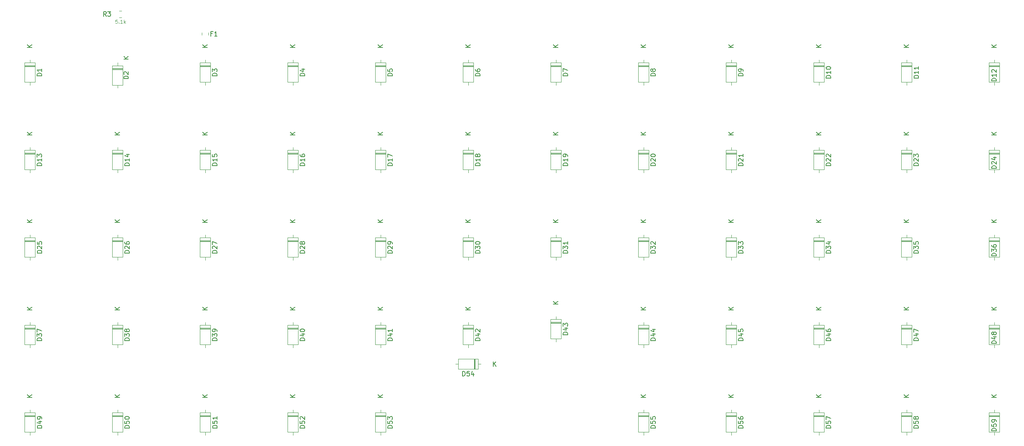
<source format=gbr>
G04 #@! TF.GenerationSoftware,KiCad,Pcbnew,5.1.1*
G04 #@! TF.CreationDate,2019-04-22T18:18:19+02:00*
G04 #@! TF.ProjectId,pcb,7063622e-6b69-4636-9164-5f7063625858,rev?*
G04 #@! TF.SameCoordinates,Original*
G04 #@! TF.FileFunction,Legend,Top*
G04 #@! TF.FilePolarity,Positive*
%FSLAX46Y46*%
G04 Gerber Fmt 4.6, Leading zero omitted, Abs format (unit mm)*
G04 Created by KiCad (PCBNEW 5.1.1) date 2019-04-22 18:18:19*
%MOMM*%
%LPD*%
G04 APERTURE LIST*
%ADD10C,0.120000*%
%ADD11C,0.150000*%
G04 APERTURE END LIST*
D10*
X84380000Y-33901748D02*
X84380000Y-34424252D01*
X85800000Y-33901748D02*
X85800000Y-34424252D01*
X66413748Y-30555000D02*
X66936252Y-30555000D01*
X66413748Y-29135000D02*
X66936252Y-29135000D01*
X257660000Y-117225000D02*
X255420000Y-117225000D01*
X257660000Y-117465000D02*
X255420000Y-117465000D01*
X257660000Y-117345000D02*
X255420000Y-117345000D01*
X256540000Y-121515000D02*
X256540000Y-120865000D01*
X256540000Y-115975000D02*
X256540000Y-116625000D01*
X257660000Y-120865000D02*
X257660000Y-116625000D01*
X255420000Y-120865000D02*
X257660000Y-120865000D01*
X255420000Y-116625000D02*
X255420000Y-120865000D01*
X257660000Y-116625000D02*
X255420000Y-116625000D01*
X238610000Y-117225000D02*
X236370000Y-117225000D01*
X238610000Y-117465000D02*
X236370000Y-117465000D01*
X238610000Y-117345000D02*
X236370000Y-117345000D01*
X237490000Y-121515000D02*
X237490000Y-120865000D01*
X237490000Y-115975000D02*
X237490000Y-116625000D01*
X238610000Y-120865000D02*
X238610000Y-116625000D01*
X236370000Y-120865000D02*
X238610000Y-120865000D01*
X236370000Y-116625000D02*
X236370000Y-120865000D01*
X238610000Y-116625000D02*
X236370000Y-116625000D01*
X219560000Y-117225000D02*
X217320000Y-117225000D01*
X219560000Y-117465000D02*
X217320000Y-117465000D01*
X219560000Y-117345000D02*
X217320000Y-117345000D01*
X218440000Y-121515000D02*
X218440000Y-120865000D01*
X218440000Y-115975000D02*
X218440000Y-116625000D01*
X219560000Y-120865000D02*
X219560000Y-116625000D01*
X217320000Y-120865000D02*
X219560000Y-120865000D01*
X217320000Y-116625000D02*
X217320000Y-120865000D01*
X219560000Y-116625000D02*
X217320000Y-116625000D01*
X200510000Y-117225000D02*
X198270000Y-117225000D01*
X200510000Y-117465000D02*
X198270000Y-117465000D01*
X200510000Y-117345000D02*
X198270000Y-117345000D01*
X199390000Y-121515000D02*
X199390000Y-120865000D01*
X199390000Y-115975000D02*
X199390000Y-116625000D01*
X200510000Y-120865000D02*
X200510000Y-116625000D01*
X198270000Y-120865000D02*
X200510000Y-120865000D01*
X198270000Y-116625000D02*
X198270000Y-120865000D01*
X200510000Y-116625000D02*
X198270000Y-116625000D01*
X181460000Y-117225000D02*
X179220000Y-117225000D01*
X181460000Y-117465000D02*
X179220000Y-117465000D01*
X181460000Y-117345000D02*
X179220000Y-117345000D01*
X180340000Y-121515000D02*
X180340000Y-120865000D01*
X180340000Y-115975000D02*
X180340000Y-116625000D01*
X181460000Y-120865000D02*
X181460000Y-116625000D01*
X179220000Y-120865000D02*
X181460000Y-120865000D01*
X179220000Y-116625000D02*
X179220000Y-120865000D01*
X181460000Y-116625000D02*
X179220000Y-116625000D01*
X143760000Y-107165000D02*
X143760000Y-104925000D01*
X143520000Y-107165000D02*
X143520000Y-104925000D01*
X143640000Y-107165000D02*
X143640000Y-104925000D01*
X139470000Y-106045000D02*
X140120000Y-106045000D01*
X145010000Y-106045000D02*
X144360000Y-106045000D01*
X140120000Y-107165000D02*
X144360000Y-107165000D01*
X140120000Y-104925000D02*
X140120000Y-107165000D01*
X144360000Y-104925000D02*
X140120000Y-104925000D01*
X144360000Y-107165000D02*
X144360000Y-104925000D01*
X124310000Y-117225000D02*
X122070000Y-117225000D01*
X124310000Y-117465000D02*
X122070000Y-117465000D01*
X124310000Y-117345000D02*
X122070000Y-117345000D01*
X123190000Y-121515000D02*
X123190000Y-120865000D01*
X123190000Y-115975000D02*
X123190000Y-116625000D01*
X124310000Y-120865000D02*
X124310000Y-116625000D01*
X122070000Y-120865000D02*
X124310000Y-120865000D01*
X122070000Y-116625000D02*
X122070000Y-120865000D01*
X124310000Y-116625000D02*
X122070000Y-116625000D01*
X105260000Y-117225000D02*
X103020000Y-117225000D01*
X105260000Y-117465000D02*
X103020000Y-117465000D01*
X105260000Y-117345000D02*
X103020000Y-117345000D01*
X104140000Y-121515000D02*
X104140000Y-120865000D01*
X104140000Y-115975000D02*
X104140000Y-116625000D01*
X105260000Y-120865000D02*
X105260000Y-116625000D01*
X103020000Y-120865000D02*
X105260000Y-120865000D01*
X103020000Y-116625000D02*
X103020000Y-120865000D01*
X105260000Y-116625000D02*
X103020000Y-116625000D01*
X86210000Y-117225000D02*
X83970000Y-117225000D01*
X86210000Y-117465000D02*
X83970000Y-117465000D01*
X86210000Y-117345000D02*
X83970000Y-117345000D01*
X85090000Y-121515000D02*
X85090000Y-120865000D01*
X85090000Y-115975000D02*
X85090000Y-116625000D01*
X86210000Y-120865000D02*
X86210000Y-116625000D01*
X83970000Y-120865000D02*
X86210000Y-120865000D01*
X83970000Y-116625000D02*
X83970000Y-120865000D01*
X86210000Y-116625000D02*
X83970000Y-116625000D01*
X67160000Y-117225000D02*
X64920000Y-117225000D01*
X67160000Y-117465000D02*
X64920000Y-117465000D01*
X67160000Y-117345000D02*
X64920000Y-117345000D01*
X66040000Y-121515000D02*
X66040000Y-120865000D01*
X66040000Y-115975000D02*
X66040000Y-116625000D01*
X67160000Y-120865000D02*
X67160000Y-116625000D01*
X64920000Y-120865000D02*
X67160000Y-120865000D01*
X64920000Y-116625000D02*
X64920000Y-120865000D01*
X67160000Y-116625000D02*
X64920000Y-116625000D01*
X48110000Y-117225000D02*
X45870000Y-117225000D01*
X48110000Y-117465000D02*
X45870000Y-117465000D01*
X48110000Y-117345000D02*
X45870000Y-117345000D01*
X46990000Y-121515000D02*
X46990000Y-120865000D01*
X46990000Y-115975000D02*
X46990000Y-116625000D01*
X48110000Y-120865000D02*
X48110000Y-116625000D01*
X45870000Y-120865000D02*
X48110000Y-120865000D01*
X45870000Y-116625000D02*
X45870000Y-120865000D01*
X48110000Y-116625000D02*
X45870000Y-116625000D01*
X257660000Y-98175000D02*
X255420000Y-98175000D01*
X257660000Y-98415000D02*
X255420000Y-98415000D01*
X257660000Y-98295000D02*
X255420000Y-98295000D01*
X256540000Y-102465000D02*
X256540000Y-101815000D01*
X256540000Y-96925000D02*
X256540000Y-97575000D01*
X257660000Y-101815000D02*
X257660000Y-97575000D01*
X255420000Y-101815000D02*
X257660000Y-101815000D01*
X255420000Y-97575000D02*
X255420000Y-101815000D01*
X257660000Y-97575000D02*
X255420000Y-97575000D01*
X238610000Y-98175000D02*
X236370000Y-98175000D01*
X238610000Y-98415000D02*
X236370000Y-98415000D01*
X238610000Y-98295000D02*
X236370000Y-98295000D01*
X237490000Y-102465000D02*
X237490000Y-101815000D01*
X237490000Y-96925000D02*
X237490000Y-97575000D01*
X238610000Y-101815000D02*
X238610000Y-97575000D01*
X236370000Y-101815000D02*
X238610000Y-101815000D01*
X236370000Y-97575000D02*
X236370000Y-101815000D01*
X238610000Y-97575000D02*
X236370000Y-97575000D01*
X219560000Y-98175000D02*
X217320000Y-98175000D01*
X219560000Y-98415000D02*
X217320000Y-98415000D01*
X219560000Y-98295000D02*
X217320000Y-98295000D01*
X218440000Y-102465000D02*
X218440000Y-101815000D01*
X218440000Y-96925000D02*
X218440000Y-97575000D01*
X219560000Y-101815000D02*
X219560000Y-97575000D01*
X217320000Y-101815000D02*
X219560000Y-101815000D01*
X217320000Y-97575000D02*
X217320000Y-101815000D01*
X219560000Y-97575000D02*
X217320000Y-97575000D01*
X200510000Y-98175000D02*
X198270000Y-98175000D01*
X200510000Y-98415000D02*
X198270000Y-98415000D01*
X200510000Y-98295000D02*
X198270000Y-98295000D01*
X199390000Y-102465000D02*
X199390000Y-101815000D01*
X199390000Y-96925000D02*
X199390000Y-97575000D01*
X200510000Y-101815000D02*
X200510000Y-97575000D01*
X198270000Y-101815000D02*
X200510000Y-101815000D01*
X198270000Y-97575000D02*
X198270000Y-101815000D01*
X200510000Y-97575000D02*
X198270000Y-97575000D01*
X181460000Y-98175000D02*
X179220000Y-98175000D01*
X181460000Y-98415000D02*
X179220000Y-98415000D01*
X181460000Y-98295000D02*
X179220000Y-98295000D01*
X180340000Y-102465000D02*
X180340000Y-101815000D01*
X180340000Y-96925000D02*
X180340000Y-97575000D01*
X181460000Y-101815000D02*
X181460000Y-97575000D01*
X179220000Y-101815000D02*
X181460000Y-101815000D01*
X179220000Y-97575000D02*
X179220000Y-101815000D01*
X181460000Y-97575000D02*
X179220000Y-97575000D01*
X162410000Y-96905000D02*
X160170000Y-96905000D01*
X162410000Y-97145000D02*
X160170000Y-97145000D01*
X162410000Y-97025000D02*
X160170000Y-97025000D01*
X161290000Y-101195000D02*
X161290000Y-100545000D01*
X161290000Y-95655000D02*
X161290000Y-96305000D01*
X162410000Y-100545000D02*
X162410000Y-96305000D01*
X160170000Y-100545000D02*
X162410000Y-100545000D01*
X160170000Y-96305000D02*
X160170000Y-100545000D01*
X162410000Y-96305000D02*
X160170000Y-96305000D01*
X143360000Y-98175000D02*
X141120000Y-98175000D01*
X143360000Y-98415000D02*
X141120000Y-98415000D01*
X143360000Y-98295000D02*
X141120000Y-98295000D01*
X142240000Y-102465000D02*
X142240000Y-101815000D01*
X142240000Y-96925000D02*
X142240000Y-97575000D01*
X143360000Y-101815000D02*
X143360000Y-97575000D01*
X141120000Y-101815000D02*
X143360000Y-101815000D01*
X141120000Y-97575000D02*
X141120000Y-101815000D01*
X143360000Y-97575000D02*
X141120000Y-97575000D01*
X124310000Y-98175000D02*
X122070000Y-98175000D01*
X124310000Y-98415000D02*
X122070000Y-98415000D01*
X124310000Y-98295000D02*
X122070000Y-98295000D01*
X123190000Y-102465000D02*
X123190000Y-101815000D01*
X123190000Y-96925000D02*
X123190000Y-97575000D01*
X124310000Y-101815000D02*
X124310000Y-97575000D01*
X122070000Y-101815000D02*
X124310000Y-101815000D01*
X122070000Y-97575000D02*
X122070000Y-101815000D01*
X124310000Y-97575000D02*
X122070000Y-97575000D01*
X105260000Y-98175000D02*
X103020000Y-98175000D01*
X105260000Y-98415000D02*
X103020000Y-98415000D01*
X105260000Y-98295000D02*
X103020000Y-98295000D01*
X104140000Y-102465000D02*
X104140000Y-101815000D01*
X104140000Y-96925000D02*
X104140000Y-97575000D01*
X105260000Y-101815000D02*
X105260000Y-97575000D01*
X103020000Y-101815000D02*
X105260000Y-101815000D01*
X103020000Y-97575000D02*
X103020000Y-101815000D01*
X105260000Y-97575000D02*
X103020000Y-97575000D01*
X86210000Y-98175000D02*
X83970000Y-98175000D01*
X86210000Y-98415000D02*
X83970000Y-98415000D01*
X86210000Y-98295000D02*
X83970000Y-98295000D01*
X85090000Y-102465000D02*
X85090000Y-101815000D01*
X85090000Y-96925000D02*
X85090000Y-97575000D01*
X86210000Y-101815000D02*
X86210000Y-97575000D01*
X83970000Y-101815000D02*
X86210000Y-101815000D01*
X83970000Y-97575000D02*
X83970000Y-101815000D01*
X86210000Y-97575000D02*
X83970000Y-97575000D01*
X67160000Y-98175000D02*
X64920000Y-98175000D01*
X67160000Y-98415000D02*
X64920000Y-98415000D01*
X67160000Y-98295000D02*
X64920000Y-98295000D01*
X66040000Y-102465000D02*
X66040000Y-101815000D01*
X66040000Y-96925000D02*
X66040000Y-97575000D01*
X67160000Y-101815000D02*
X67160000Y-97575000D01*
X64920000Y-101815000D02*
X67160000Y-101815000D01*
X64920000Y-97575000D02*
X64920000Y-101815000D01*
X67160000Y-97575000D02*
X64920000Y-97575000D01*
X48110000Y-98175000D02*
X45870000Y-98175000D01*
X48110000Y-98415000D02*
X45870000Y-98415000D01*
X48110000Y-98295000D02*
X45870000Y-98295000D01*
X46990000Y-102465000D02*
X46990000Y-101815000D01*
X46990000Y-96925000D02*
X46990000Y-97575000D01*
X48110000Y-101815000D02*
X48110000Y-97575000D01*
X45870000Y-101815000D02*
X48110000Y-101815000D01*
X45870000Y-97575000D02*
X45870000Y-101815000D01*
X48110000Y-97575000D02*
X45870000Y-97575000D01*
X257660000Y-79125000D02*
X255420000Y-79125000D01*
X257660000Y-79365000D02*
X255420000Y-79365000D01*
X257660000Y-79245000D02*
X255420000Y-79245000D01*
X256540000Y-83415000D02*
X256540000Y-82765000D01*
X256540000Y-77875000D02*
X256540000Y-78525000D01*
X257660000Y-82765000D02*
X257660000Y-78525000D01*
X255420000Y-82765000D02*
X257660000Y-82765000D01*
X255420000Y-78525000D02*
X255420000Y-82765000D01*
X257660000Y-78525000D02*
X255420000Y-78525000D01*
X238610000Y-79125000D02*
X236370000Y-79125000D01*
X238610000Y-79365000D02*
X236370000Y-79365000D01*
X238610000Y-79245000D02*
X236370000Y-79245000D01*
X237490000Y-83415000D02*
X237490000Y-82765000D01*
X237490000Y-77875000D02*
X237490000Y-78525000D01*
X238610000Y-82765000D02*
X238610000Y-78525000D01*
X236370000Y-82765000D02*
X238610000Y-82765000D01*
X236370000Y-78525000D02*
X236370000Y-82765000D01*
X238610000Y-78525000D02*
X236370000Y-78525000D01*
X219560000Y-79125000D02*
X217320000Y-79125000D01*
X219560000Y-79365000D02*
X217320000Y-79365000D01*
X219560000Y-79245000D02*
X217320000Y-79245000D01*
X218440000Y-83415000D02*
X218440000Y-82765000D01*
X218440000Y-77875000D02*
X218440000Y-78525000D01*
X219560000Y-82765000D02*
X219560000Y-78525000D01*
X217320000Y-82765000D02*
X219560000Y-82765000D01*
X217320000Y-78525000D02*
X217320000Y-82765000D01*
X219560000Y-78525000D02*
X217320000Y-78525000D01*
X200510000Y-79125000D02*
X198270000Y-79125000D01*
X200510000Y-79365000D02*
X198270000Y-79365000D01*
X200510000Y-79245000D02*
X198270000Y-79245000D01*
X199390000Y-83415000D02*
X199390000Y-82765000D01*
X199390000Y-77875000D02*
X199390000Y-78525000D01*
X200510000Y-82765000D02*
X200510000Y-78525000D01*
X198270000Y-82765000D02*
X200510000Y-82765000D01*
X198270000Y-78525000D02*
X198270000Y-82765000D01*
X200510000Y-78525000D02*
X198270000Y-78525000D01*
X181460000Y-79125000D02*
X179220000Y-79125000D01*
X181460000Y-79365000D02*
X179220000Y-79365000D01*
X181460000Y-79245000D02*
X179220000Y-79245000D01*
X180340000Y-83415000D02*
X180340000Y-82765000D01*
X180340000Y-77875000D02*
X180340000Y-78525000D01*
X181460000Y-82765000D02*
X181460000Y-78525000D01*
X179220000Y-82765000D02*
X181460000Y-82765000D01*
X179220000Y-78525000D02*
X179220000Y-82765000D01*
X181460000Y-78525000D02*
X179220000Y-78525000D01*
X162410000Y-79125000D02*
X160170000Y-79125000D01*
X162410000Y-79365000D02*
X160170000Y-79365000D01*
X162410000Y-79245000D02*
X160170000Y-79245000D01*
X161290000Y-83415000D02*
X161290000Y-82765000D01*
X161290000Y-77875000D02*
X161290000Y-78525000D01*
X162410000Y-82765000D02*
X162410000Y-78525000D01*
X160170000Y-82765000D02*
X162410000Y-82765000D01*
X160170000Y-78525000D02*
X160170000Y-82765000D01*
X162410000Y-78525000D02*
X160170000Y-78525000D01*
X143360000Y-79125000D02*
X141120000Y-79125000D01*
X143360000Y-79365000D02*
X141120000Y-79365000D01*
X143360000Y-79245000D02*
X141120000Y-79245000D01*
X142240000Y-83415000D02*
X142240000Y-82765000D01*
X142240000Y-77875000D02*
X142240000Y-78525000D01*
X143360000Y-82765000D02*
X143360000Y-78525000D01*
X141120000Y-82765000D02*
X143360000Y-82765000D01*
X141120000Y-78525000D02*
X141120000Y-82765000D01*
X143360000Y-78525000D02*
X141120000Y-78525000D01*
X124310000Y-79125000D02*
X122070000Y-79125000D01*
X124310000Y-79365000D02*
X122070000Y-79365000D01*
X124310000Y-79245000D02*
X122070000Y-79245000D01*
X123190000Y-83415000D02*
X123190000Y-82765000D01*
X123190000Y-77875000D02*
X123190000Y-78525000D01*
X124310000Y-82765000D02*
X124310000Y-78525000D01*
X122070000Y-82765000D02*
X124310000Y-82765000D01*
X122070000Y-78525000D02*
X122070000Y-82765000D01*
X124310000Y-78525000D02*
X122070000Y-78525000D01*
X105260000Y-79125000D02*
X103020000Y-79125000D01*
X105260000Y-79365000D02*
X103020000Y-79365000D01*
X105260000Y-79245000D02*
X103020000Y-79245000D01*
X104140000Y-83415000D02*
X104140000Y-82765000D01*
X104140000Y-77875000D02*
X104140000Y-78525000D01*
X105260000Y-82765000D02*
X105260000Y-78525000D01*
X103020000Y-82765000D02*
X105260000Y-82765000D01*
X103020000Y-78525000D02*
X103020000Y-82765000D01*
X105260000Y-78525000D02*
X103020000Y-78525000D01*
X86210000Y-79125000D02*
X83970000Y-79125000D01*
X86210000Y-79365000D02*
X83970000Y-79365000D01*
X86210000Y-79245000D02*
X83970000Y-79245000D01*
X85090000Y-83415000D02*
X85090000Y-82765000D01*
X85090000Y-77875000D02*
X85090000Y-78525000D01*
X86210000Y-82765000D02*
X86210000Y-78525000D01*
X83970000Y-82765000D02*
X86210000Y-82765000D01*
X83970000Y-78525000D02*
X83970000Y-82765000D01*
X86210000Y-78525000D02*
X83970000Y-78525000D01*
X67160000Y-79125000D02*
X64920000Y-79125000D01*
X67160000Y-79365000D02*
X64920000Y-79365000D01*
X67160000Y-79245000D02*
X64920000Y-79245000D01*
X66040000Y-83415000D02*
X66040000Y-82765000D01*
X66040000Y-77875000D02*
X66040000Y-78525000D01*
X67160000Y-82765000D02*
X67160000Y-78525000D01*
X64920000Y-82765000D02*
X67160000Y-82765000D01*
X64920000Y-78525000D02*
X64920000Y-82765000D01*
X67160000Y-78525000D02*
X64920000Y-78525000D01*
X48110000Y-79125000D02*
X45870000Y-79125000D01*
X48110000Y-79365000D02*
X45870000Y-79365000D01*
X48110000Y-79245000D02*
X45870000Y-79245000D01*
X46990000Y-83415000D02*
X46990000Y-82765000D01*
X46990000Y-77875000D02*
X46990000Y-78525000D01*
X48110000Y-82765000D02*
X48110000Y-78525000D01*
X45870000Y-82765000D02*
X48110000Y-82765000D01*
X45870000Y-78525000D02*
X45870000Y-82765000D01*
X48110000Y-78525000D02*
X45870000Y-78525000D01*
X257660000Y-60075000D02*
X255420000Y-60075000D01*
X257660000Y-60315000D02*
X255420000Y-60315000D01*
X257660000Y-60195000D02*
X255420000Y-60195000D01*
X256540000Y-64365000D02*
X256540000Y-63715000D01*
X256540000Y-58825000D02*
X256540000Y-59475000D01*
X257660000Y-63715000D02*
X257660000Y-59475000D01*
X255420000Y-63715000D02*
X257660000Y-63715000D01*
X255420000Y-59475000D02*
X255420000Y-63715000D01*
X257660000Y-59475000D02*
X255420000Y-59475000D01*
X238610000Y-60075000D02*
X236370000Y-60075000D01*
X238610000Y-60315000D02*
X236370000Y-60315000D01*
X238610000Y-60195000D02*
X236370000Y-60195000D01*
X237490000Y-64365000D02*
X237490000Y-63715000D01*
X237490000Y-58825000D02*
X237490000Y-59475000D01*
X238610000Y-63715000D02*
X238610000Y-59475000D01*
X236370000Y-63715000D02*
X238610000Y-63715000D01*
X236370000Y-59475000D02*
X236370000Y-63715000D01*
X238610000Y-59475000D02*
X236370000Y-59475000D01*
X219560000Y-60075000D02*
X217320000Y-60075000D01*
X219560000Y-60315000D02*
X217320000Y-60315000D01*
X219560000Y-60195000D02*
X217320000Y-60195000D01*
X218440000Y-64365000D02*
X218440000Y-63715000D01*
X218440000Y-58825000D02*
X218440000Y-59475000D01*
X219560000Y-63715000D02*
X219560000Y-59475000D01*
X217320000Y-63715000D02*
X219560000Y-63715000D01*
X217320000Y-59475000D02*
X217320000Y-63715000D01*
X219560000Y-59475000D02*
X217320000Y-59475000D01*
X200510000Y-60075000D02*
X198270000Y-60075000D01*
X200510000Y-60315000D02*
X198270000Y-60315000D01*
X200510000Y-60195000D02*
X198270000Y-60195000D01*
X199390000Y-64365000D02*
X199390000Y-63715000D01*
X199390000Y-58825000D02*
X199390000Y-59475000D01*
X200510000Y-63715000D02*
X200510000Y-59475000D01*
X198270000Y-63715000D02*
X200510000Y-63715000D01*
X198270000Y-59475000D02*
X198270000Y-63715000D01*
X200510000Y-59475000D02*
X198270000Y-59475000D01*
X181460000Y-60075000D02*
X179220000Y-60075000D01*
X181460000Y-60315000D02*
X179220000Y-60315000D01*
X181460000Y-60195000D02*
X179220000Y-60195000D01*
X180340000Y-64365000D02*
X180340000Y-63715000D01*
X180340000Y-58825000D02*
X180340000Y-59475000D01*
X181460000Y-63715000D02*
X181460000Y-59475000D01*
X179220000Y-63715000D02*
X181460000Y-63715000D01*
X179220000Y-59475000D02*
X179220000Y-63715000D01*
X181460000Y-59475000D02*
X179220000Y-59475000D01*
X162410000Y-60075000D02*
X160170000Y-60075000D01*
X162410000Y-60315000D02*
X160170000Y-60315000D01*
X162410000Y-60195000D02*
X160170000Y-60195000D01*
X161290000Y-64365000D02*
X161290000Y-63715000D01*
X161290000Y-58825000D02*
X161290000Y-59475000D01*
X162410000Y-63715000D02*
X162410000Y-59475000D01*
X160170000Y-63715000D02*
X162410000Y-63715000D01*
X160170000Y-59475000D02*
X160170000Y-63715000D01*
X162410000Y-59475000D02*
X160170000Y-59475000D01*
X143360000Y-60075000D02*
X141120000Y-60075000D01*
X143360000Y-60315000D02*
X141120000Y-60315000D01*
X143360000Y-60195000D02*
X141120000Y-60195000D01*
X142240000Y-64365000D02*
X142240000Y-63715000D01*
X142240000Y-58825000D02*
X142240000Y-59475000D01*
X143360000Y-63715000D02*
X143360000Y-59475000D01*
X141120000Y-63715000D02*
X143360000Y-63715000D01*
X141120000Y-59475000D02*
X141120000Y-63715000D01*
X143360000Y-59475000D02*
X141120000Y-59475000D01*
X124310000Y-60075000D02*
X122070000Y-60075000D01*
X124310000Y-60315000D02*
X122070000Y-60315000D01*
X124310000Y-60195000D02*
X122070000Y-60195000D01*
X123190000Y-64365000D02*
X123190000Y-63715000D01*
X123190000Y-58825000D02*
X123190000Y-59475000D01*
X124310000Y-63715000D02*
X124310000Y-59475000D01*
X122070000Y-63715000D02*
X124310000Y-63715000D01*
X122070000Y-59475000D02*
X122070000Y-63715000D01*
X124310000Y-59475000D02*
X122070000Y-59475000D01*
X105260000Y-60075000D02*
X103020000Y-60075000D01*
X105260000Y-60315000D02*
X103020000Y-60315000D01*
X105260000Y-60195000D02*
X103020000Y-60195000D01*
X104140000Y-64365000D02*
X104140000Y-63715000D01*
X104140000Y-58825000D02*
X104140000Y-59475000D01*
X105260000Y-63715000D02*
X105260000Y-59475000D01*
X103020000Y-63715000D02*
X105260000Y-63715000D01*
X103020000Y-59475000D02*
X103020000Y-63715000D01*
X105260000Y-59475000D02*
X103020000Y-59475000D01*
X86210000Y-60075000D02*
X83970000Y-60075000D01*
X86210000Y-60315000D02*
X83970000Y-60315000D01*
X86210000Y-60195000D02*
X83970000Y-60195000D01*
X85090000Y-64365000D02*
X85090000Y-63715000D01*
X85090000Y-58825000D02*
X85090000Y-59475000D01*
X86210000Y-63715000D02*
X86210000Y-59475000D01*
X83970000Y-63715000D02*
X86210000Y-63715000D01*
X83970000Y-59475000D02*
X83970000Y-63715000D01*
X86210000Y-59475000D02*
X83970000Y-59475000D01*
X67160000Y-60075000D02*
X64920000Y-60075000D01*
X67160000Y-60315000D02*
X64920000Y-60315000D01*
X67160000Y-60195000D02*
X64920000Y-60195000D01*
X66040000Y-64365000D02*
X66040000Y-63715000D01*
X66040000Y-58825000D02*
X66040000Y-59475000D01*
X67160000Y-63715000D02*
X67160000Y-59475000D01*
X64920000Y-63715000D02*
X67160000Y-63715000D01*
X64920000Y-59475000D02*
X64920000Y-63715000D01*
X67160000Y-59475000D02*
X64920000Y-59475000D01*
X48110000Y-60075000D02*
X45870000Y-60075000D01*
X48110000Y-60315000D02*
X45870000Y-60315000D01*
X48110000Y-60195000D02*
X45870000Y-60195000D01*
X46990000Y-64365000D02*
X46990000Y-63715000D01*
X46990000Y-58825000D02*
X46990000Y-59475000D01*
X48110000Y-63715000D02*
X48110000Y-59475000D01*
X45870000Y-63715000D02*
X48110000Y-63715000D01*
X45870000Y-59475000D02*
X45870000Y-63715000D01*
X48110000Y-59475000D02*
X45870000Y-59475000D01*
X257660000Y-41025000D02*
X255420000Y-41025000D01*
X257660000Y-41265000D02*
X255420000Y-41265000D01*
X257660000Y-41145000D02*
X255420000Y-41145000D01*
X256540000Y-45315000D02*
X256540000Y-44665000D01*
X256540000Y-39775000D02*
X256540000Y-40425000D01*
X257660000Y-44665000D02*
X257660000Y-40425000D01*
X255420000Y-44665000D02*
X257660000Y-44665000D01*
X255420000Y-40425000D02*
X255420000Y-44665000D01*
X257660000Y-40425000D02*
X255420000Y-40425000D01*
X238610000Y-41025000D02*
X236370000Y-41025000D01*
X238610000Y-41265000D02*
X236370000Y-41265000D01*
X238610000Y-41145000D02*
X236370000Y-41145000D01*
X237490000Y-45315000D02*
X237490000Y-44665000D01*
X237490000Y-39775000D02*
X237490000Y-40425000D01*
X238610000Y-44665000D02*
X238610000Y-40425000D01*
X236370000Y-44665000D02*
X238610000Y-44665000D01*
X236370000Y-40425000D02*
X236370000Y-44665000D01*
X238610000Y-40425000D02*
X236370000Y-40425000D01*
X219560000Y-41025000D02*
X217320000Y-41025000D01*
X219560000Y-41265000D02*
X217320000Y-41265000D01*
X219560000Y-41145000D02*
X217320000Y-41145000D01*
X218440000Y-45315000D02*
X218440000Y-44665000D01*
X218440000Y-39775000D02*
X218440000Y-40425000D01*
X219560000Y-44665000D02*
X219560000Y-40425000D01*
X217320000Y-44665000D02*
X219560000Y-44665000D01*
X217320000Y-40425000D02*
X217320000Y-44665000D01*
X219560000Y-40425000D02*
X217320000Y-40425000D01*
X200510000Y-41025000D02*
X198270000Y-41025000D01*
X200510000Y-41265000D02*
X198270000Y-41265000D01*
X200510000Y-41145000D02*
X198270000Y-41145000D01*
X199390000Y-45315000D02*
X199390000Y-44665000D01*
X199390000Y-39775000D02*
X199390000Y-40425000D01*
X200510000Y-44665000D02*
X200510000Y-40425000D01*
X198270000Y-44665000D02*
X200510000Y-44665000D01*
X198270000Y-40425000D02*
X198270000Y-44665000D01*
X200510000Y-40425000D02*
X198270000Y-40425000D01*
X181460000Y-41025000D02*
X179220000Y-41025000D01*
X181460000Y-41265000D02*
X179220000Y-41265000D01*
X181460000Y-41145000D02*
X179220000Y-41145000D01*
X180340000Y-45315000D02*
X180340000Y-44665000D01*
X180340000Y-39775000D02*
X180340000Y-40425000D01*
X181460000Y-44665000D02*
X181460000Y-40425000D01*
X179220000Y-44665000D02*
X181460000Y-44665000D01*
X179220000Y-40425000D02*
X179220000Y-44665000D01*
X181460000Y-40425000D02*
X179220000Y-40425000D01*
X162410000Y-41025000D02*
X160170000Y-41025000D01*
X162410000Y-41265000D02*
X160170000Y-41265000D01*
X162410000Y-41145000D02*
X160170000Y-41145000D01*
X161290000Y-45315000D02*
X161290000Y-44665000D01*
X161290000Y-39775000D02*
X161290000Y-40425000D01*
X162410000Y-44665000D02*
X162410000Y-40425000D01*
X160170000Y-44665000D02*
X162410000Y-44665000D01*
X160170000Y-40425000D02*
X160170000Y-44665000D01*
X162410000Y-40425000D02*
X160170000Y-40425000D01*
X143360000Y-41025000D02*
X141120000Y-41025000D01*
X143360000Y-41265000D02*
X141120000Y-41265000D01*
X143360000Y-41145000D02*
X141120000Y-41145000D01*
X142240000Y-45315000D02*
X142240000Y-44665000D01*
X142240000Y-39775000D02*
X142240000Y-40425000D01*
X143360000Y-44665000D02*
X143360000Y-40425000D01*
X141120000Y-44665000D02*
X143360000Y-44665000D01*
X141120000Y-40425000D02*
X141120000Y-44665000D01*
X143360000Y-40425000D02*
X141120000Y-40425000D01*
X124310000Y-41025000D02*
X122070000Y-41025000D01*
X124310000Y-41265000D02*
X122070000Y-41265000D01*
X124310000Y-41145000D02*
X122070000Y-41145000D01*
X123190000Y-45315000D02*
X123190000Y-44665000D01*
X123190000Y-39775000D02*
X123190000Y-40425000D01*
X124310000Y-44665000D02*
X124310000Y-40425000D01*
X122070000Y-44665000D02*
X124310000Y-44665000D01*
X122070000Y-40425000D02*
X122070000Y-44665000D01*
X124310000Y-40425000D02*
X122070000Y-40425000D01*
X105260000Y-41025000D02*
X103020000Y-41025000D01*
X105260000Y-41265000D02*
X103020000Y-41265000D01*
X105260000Y-41145000D02*
X103020000Y-41145000D01*
X104140000Y-45315000D02*
X104140000Y-44665000D01*
X104140000Y-39775000D02*
X104140000Y-40425000D01*
X105260000Y-44665000D02*
X105260000Y-40425000D01*
X103020000Y-44665000D02*
X105260000Y-44665000D01*
X103020000Y-40425000D02*
X103020000Y-44665000D01*
X105260000Y-40425000D02*
X103020000Y-40425000D01*
X86210000Y-41025000D02*
X83970000Y-41025000D01*
X86210000Y-41265000D02*
X83970000Y-41265000D01*
X86210000Y-41145000D02*
X83970000Y-41145000D01*
X85090000Y-45315000D02*
X85090000Y-44665000D01*
X85090000Y-39775000D02*
X85090000Y-40425000D01*
X86210000Y-44665000D02*
X86210000Y-40425000D01*
X83970000Y-44665000D02*
X86210000Y-44665000D01*
X83970000Y-40425000D02*
X83970000Y-44665000D01*
X86210000Y-40425000D02*
X83970000Y-40425000D01*
X67160000Y-41660000D02*
X64920000Y-41660000D01*
X67160000Y-41900000D02*
X64920000Y-41900000D01*
X67160000Y-41780000D02*
X64920000Y-41780000D01*
X66040000Y-45950000D02*
X66040000Y-45300000D01*
X66040000Y-40410000D02*
X66040000Y-41060000D01*
X67160000Y-45300000D02*
X67160000Y-41060000D01*
X64920000Y-45300000D02*
X67160000Y-45300000D01*
X64920000Y-41060000D02*
X64920000Y-45300000D01*
X67160000Y-41060000D02*
X64920000Y-41060000D01*
X48110000Y-41025000D02*
X45870000Y-41025000D01*
X48110000Y-41265000D02*
X45870000Y-41265000D01*
X48110000Y-41145000D02*
X45870000Y-41145000D01*
X46990000Y-45315000D02*
X46990000Y-44665000D01*
X46990000Y-39775000D02*
X46990000Y-40425000D01*
X48110000Y-44665000D02*
X48110000Y-40425000D01*
X45870000Y-44665000D02*
X48110000Y-44665000D01*
X45870000Y-40425000D02*
X45870000Y-44665000D01*
X48110000Y-40425000D02*
X45870000Y-40425000D01*
D11*
X86661666Y-34091571D02*
X86328333Y-34091571D01*
X86328333Y-34615380D02*
X86328333Y-33615380D01*
X86804523Y-33615380D01*
X87709285Y-34615380D02*
X87137857Y-34615380D01*
X87423571Y-34615380D02*
X87423571Y-33615380D01*
X87328333Y-33758238D01*
X87233095Y-33853476D01*
X87137857Y-33901095D01*
X63587333Y-30297380D02*
X63254000Y-29821190D01*
X63015904Y-30297380D02*
X63015904Y-29297380D01*
X63396857Y-29297380D01*
X63492095Y-29345000D01*
X63539714Y-29392619D01*
X63587333Y-29487857D01*
X63587333Y-29630714D01*
X63539714Y-29725952D01*
X63492095Y-29773571D01*
X63396857Y-29821190D01*
X63015904Y-29821190D01*
X63920666Y-29297380D02*
X64539714Y-29297380D01*
X64206380Y-29678333D01*
X64349238Y-29678333D01*
X64444476Y-29725952D01*
X64492095Y-29773571D01*
X64539714Y-29868809D01*
X64539714Y-30106904D01*
X64492095Y-30202142D01*
X64444476Y-30249761D01*
X64349238Y-30297380D01*
X64063523Y-30297380D01*
X63968285Y-30249761D01*
X63920666Y-30202142D01*
D10*
X66003714Y-31078714D02*
X65640857Y-31078714D01*
X65604571Y-31441571D01*
X65640857Y-31405285D01*
X65713428Y-31369000D01*
X65894857Y-31369000D01*
X65967428Y-31405285D01*
X66003714Y-31441571D01*
X66040000Y-31514142D01*
X66040000Y-31695571D01*
X66003714Y-31768142D01*
X65967428Y-31804428D01*
X65894857Y-31840714D01*
X65713428Y-31840714D01*
X65640857Y-31804428D01*
X65604571Y-31768142D01*
X66366571Y-31768142D02*
X66402857Y-31804428D01*
X66366571Y-31840714D01*
X66330285Y-31804428D01*
X66366571Y-31768142D01*
X66366571Y-31840714D01*
X67128571Y-31840714D02*
X66693142Y-31840714D01*
X66910857Y-31840714D02*
X66910857Y-31078714D01*
X66838285Y-31187571D01*
X66765714Y-31260142D01*
X66693142Y-31296428D01*
X67455142Y-31840714D02*
X67455142Y-31078714D01*
X67527714Y-31550428D02*
X67745428Y-31840714D01*
X67745428Y-31332714D02*
X67455142Y-31623000D01*
D11*
X256992380Y-120594285D02*
X255992380Y-120594285D01*
X255992380Y-120356190D01*
X256040000Y-120213333D01*
X256135238Y-120118095D01*
X256230476Y-120070476D01*
X256420952Y-120022857D01*
X256563809Y-120022857D01*
X256754285Y-120070476D01*
X256849523Y-120118095D01*
X256944761Y-120213333D01*
X256992380Y-120356190D01*
X256992380Y-120594285D01*
X255992380Y-119118095D02*
X255992380Y-119594285D01*
X256468571Y-119641904D01*
X256420952Y-119594285D01*
X256373333Y-119499047D01*
X256373333Y-119260952D01*
X256420952Y-119165714D01*
X256468571Y-119118095D01*
X256563809Y-119070476D01*
X256801904Y-119070476D01*
X256897142Y-119118095D01*
X256944761Y-119165714D01*
X256992380Y-119260952D01*
X256992380Y-119499047D01*
X256944761Y-119594285D01*
X256897142Y-119641904D01*
X256992380Y-118594285D02*
X256992380Y-118403809D01*
X256944761Y-118308571D01*
X256897142Y-118260952D01*
X256754285Y-118165714D01*
X256563809Y-118118095D01*
X256182857Y-118118095D01*
X256087619Y-118165714D01*
X256040000Y-118213333D01*
X255992380Y-118308571D01*
X255992380Y-118499047D01*
X256040000Y-118594285D01*
X256087619Y-118641904D01*
X256182857Y-118689523D01*
X256420952Y-118689523D01*
X256516190Y-118641904D01*
X256563809Y-118594285D01*
X256611428Y-118499047D01*
X256611428Y-118308571D01*
X256563809Y-118213333D01*
X256516190Y-118165714D01*
X256420952Y-118118095D01*
X256992380Y-113291904D02*
X255992380Y-113291904D01*
X256992380Y-112720476D02*
X256420952Y-113149047D01*
X255992380Y-112720476D02*
X256563809Y-113291904D01*
X240062380Y-119959285D02*
X239062380Y-119959285D01*
X239062380Y-119721190D01*
X239110000Y-119578333D01*
X239205238Y-119483095D01*
X239300476Y-119435476D01*
X239490952Y-119387857D01*
X239633809Y-119387857D01*
X239824285Y-119435476D01*
X239919523Y-119483095D01*
X240014761Y-119578333D01*
X240062380Y-119721190D01*
X240062380Y-119959285D01*
X239062380Y-118483095D02*
X239062380Y-118959285D01*
X239538571Y-119006904D01*
X239490952Y-118959285D01*
X239443333Y-118864047D01*
X239443333Y-118625952D01*
X239490952Y-118530714D01*
X239538571Y-118483095D01*
X239633809Y-118435476D01*
X239871904Y-118435476D01*
X239967142Y-118483095D01*
X240014761Y-118530714D01*
X240062380Y-118625952D01*
X240062380Y-118864047D01*
X240014761Y-118959285D01*
X239967142Y-119006904D01*
X239490952Y-117864047D02*
X239443333Y-117959285D01*
X239395714Y-118006904D01*
X239300476Y-118054523D01*
X239252857Y-118054523D01*
X239157619Y-118006904D01*
X239110000Y-117959285D01*
X239062380Y-117864047D01*
X239062380Y-117673571D01*
X239110000Y-117578333D01*
X239157619Y-117530714D01*
X239252857Y-117483095D01*
X239300476Y-117483095D01*
X239395714Y-117530714D01*
X239443333Y-117578333D01*
X239490952Y-117673571D01*
X239490952Y-117864047D01*
X239538571Y-117959285D01*
X239586190Y-118006904D01*
X239681428Y-118054523D01*
X239871904Y-118054523D01*
X239967142Y-118006904D01*
X240014761Y-117959285D01*
X240062380Y-117864047D01*
X240062380Y-117673571D01*
X240014761Y-117578333D01*
X239967142Y-117530714D01*
X239871904Y-117483095D01*
X239681428Y-117483095D01*
X239586190Y-117530714D01*
X239538571Y-117578333D01*
X239490952Y-117673571D01*
X237942380Y-113291904D02*
X236942380Y-113291904D01*
X237942380Y-112720476D02*
X237370952Y-113149047D01*
X236942380Y-112720476D02*
X237513809Y-113291904D01*
X221012380Y-119959285D02*
X220012380Y-119959285D01*
X220012380Y-119721190D01*
X220060000Y-119578333D01*
X220155238Y-119483095D01*
X220250476Y-119435476D01*
X220440952Y-119387857D01*
X220583809Y-119387857D01*
X220774285Y-119435476D01*
X220869523Y-119483095D01*
X220964761Y-119578333D01*
X221012380Y-119721190D01*
X221012380Y-119959285D01*
X220012380Y-118483095D02*
X220012380Y-118959285D01*
X220488571Y-119006904D01*
X220440952Y-118959285D01*
X220393333Y-118864047D01*
X220393333Y-118625952D01*
X220440952Y-118530714D01*
X220488571Y-118483095D01*
X220583809Y-118435476D01*
X220821904Y-118435476D01*
X220917142Y-118483095D01*
X220964761Y-118530714D01*
X221012380Y-118625952D01*
X221012380Y-118864047D01*
X220964761Y-118959285D01*
X220917142Y-119006904D01*
X220012380Y-118102142D02*
X220012380Y-117435476D01*
X221012380Y-117864047D01*
X218892380Y-113291904D02*
X217892380Y-113291904D01*
X218892380Y-112720476D02*
X218320952Y-113149047D01*
X217892380Y-112720476D02*
X218463809Y-113291904D01*
X201962380Y-119959285D02*
X200962380Y-119959285D01*
X200962380Y-119721190D01*
X201010000Y-119578333D01*
X201105238Y-119483095D01*
X201200476Y-119435476D01*
X201390952Y-119387857D01*
X201533809Y-119387857D01*
X201724285Y-119435476D01*
X201819523Y-119483095D01*
X201914761Y-119578333D01*
X201962380Y-119721190D01*
X201962380Y-119959285D01*
X200962380Y-118483095D02*
X200962380Y-118959285D01*
X201438571Y-119006904D01*
X201390952Y-118959285D01*
X201343333Y-118864047D01*
X201343333Y-118625952D01*
X201390952Y-118530714D01*
X201438571Y-118483095D01*
X201533809Y-118435476D01*
X201771904Y-118435476D01*
X201867142Y-118483095D01*
X201914761Y-118530714D01*
X201962380Y-118625952D01*
X201962380Y-118864047D01*
X201914761Y-118959285D01*
X201867142Y-119006904D01*
X200962380Y-117578333D02*
X200962380Y-117768809D01*
X201010000Y-117864047D01*
X201057619Y-117911666D01*
X201200476Y-118006904D01*
X201390952Y-118054523D01*
X201771904Y-118054523D01*
X201867142Y-118006904D01*
X201914761Y-117959285D01*
X201962380Y-117864047D01*
X201962380Y-117673571D01*
X201914761Y-117578333D01*
X201867142Y-117530714D01*
X201771904Y-117483095D01*
X201533809Y-117483095D01*
X201438571Y-117530714D01*
X201390952Y-117578333D01*
X201343333Y-117673571D01*
X201343333Y-117864047D01*
X201390952Y-117959285D01*
X201438571Y-118006904D01*
X201533809Y-118054523D01*
X199842380Y-113291904D02*
X198842380Y-113291904D01*
X199842380Y-112720476D02*
X199270952Y-113149047D01*
X198842380Y-112720476D02*
X199413809Y-113291904D01*
X182912380Y-119959285D02*
X181912380Y-119959285D01*
X181912380Y-119721190D01*
X181960000Y-119578333D01*
X182055238Y-119483095D01*
X182150476Y-119435476D01*
X182340952Y-119387857D01*
X182483809Y-119387857D01*
X182674285Y-119435476D01*
X182769523Y-119483095D01*
X182864761Y-119578333D01*
X182912380Y-119721190D01*
X182912380Y-119959285D01*
X181912380Y-118483095D02*
X181912380Y-118959285D01*
X182388571Y-119006904D01*
X182340952Y-118959285D01*
X182293333Y-118864047D01*
X182293333Y-118625952D01*
X182340952Y-118530714D01*
X182388571Y-118483095D01*
X182483809Y-118435476D01*
X182721904Y-118435476D01*
X182817142Y-118483095D01*
X182864761Y-118530714D01*
X182912380Y-118625952D01*
X182912380Y-118864047D01*
X182864761Y-118959285D01*
X182817142Y-119006904D01*
X181912380Y-117530714D02*
X181912380Y-118006904D01*
X182388571Y-118054523D01*
X182340952Y-118006904D01*
X182293333Y-117911666D01*
X182293333Y-117673571D01*
X182340952Y-117578333D01*
X182388571Y-117530714D01*
X182483809Y-117483095D01*
X182721904Y-117483095D01*
X182817142Y-117530714D01*
X182864761Y-117578333D01*
X182912380Y-117673571D01*
X182912380Y-117911666D01*
X182864761Y-118006904D01*
X182817142Y-118054523D01*
X180792380Y-113291904D02*
X179792380Y-113291904D01*
X180792380Y-112720476D02*
X180220952Y-113149047D01*
X179792380Y-112720476D02*
X180363809Y-113291904D01*
X141025714Y-108617380D02*
X141025714Y-107617380D01*
X141263809Y-107617380D01*
X141406666Y-107665000D01*
X141501904Y-107760238D01*
X141549523Y-107855476D01*
X141597142Y-108045952D01*
X141597142Y-108188809D01*
X141549523Y-108379285D01*
X141501904Y-108474523D01*
X141406666Y-108569761D01*
X141263809Y-108617380D01*
X141025714Y-108617380D01*
X142501904Y-107617380D02*
X142025714Y-107617380D01*
X141978095Y-108093571D01*
X142025714Y-108045952D01*
X142120952Y-107998333D01*
X142359047Y-107998333D01*
X142454285Y-108045952D01*
X142501904Y-108093571D01*
X142549523Y-108188809D01*
X142549523Y-108426904D01*
X142501904Y-108522142D01*
X142454285Y-108569761D01*
X142359047Y-108617380D01*
X142120952Y-108617380D01*
X142025714Y-108569761D01*
X141978095Y-108522142D01*
X143406666Y-107950714D02*
X143406666Y-108617380D01*
X143168571Y-107569761D02*
X142930476Y-108284047D01*
X143549523Y-108284047D01*
X147693095Y-106497380D02*
X147693095Y-105497380D01*
X148264523Y-106497380D02*
X147835952Y-105925952D01*
X148264523Y-105497380D02*
X147693095Y-106068809D01*
X125762380Y-119959285D02*
X124762380Y-119959285D01*
X124762380Y-119721190D01*
X124810000Y-119578333D01*
X124905238Y-119483095D01*
X125000476Y-119435476D01*
X125190952Y-119387857D01*
X125333809Y-119387857D01*
X125524285Y-119435476D01*
X125619523Y-119483095D01*
X125714761Y-119578333D01*
X125762380Y-119721190D01*
X125762380Y-119959285D01*
X124762380Y-118483095D02*
X124762380Y-118959285D01*
X125238571Y-119006904D01*
X125190952Y-118959285D01*
X125143333Y-118864047D01*
X125143333Y-118625952D01*
X125190952Y-118530714D01*
X125238571Y-118483095D01*
X125333809Y-118435476D01*
X125571904Y-118435476D01*
X125667142Y-118483095D01*
X125714761Y-118530714D01*
X125762380Y-118625952D01*
X125762380Y-118864047D01*
X125714761Y-118959285D01*
X125667142Y-119006904D01*
X124762380Y-118102142D02*
X124762380Y-117483095D01*
X125143333Y-117816428D01*
X125143333Y-117673571D01*
X125190952Y-117578333D01*
X125238571Y-117530714D01*
X125333809Y-117483095D01*
X125571904Y-117483095D01*
X125667142Y-117530714D01*
X125714761Y-117578333D01*
X125762380Y-117673571D01*
X125762380Y-117959285D01*
X125714761Y-118054523D01*
X125667142Y-118102142D01*
X123642380Y-113291904D02*
X122642380Y-113291904D01*
X123642380Y-112720476D02*
X123070952Y-113149047D01*
X122642380Y-112720476D02*
X123213809Y-113291904D01*
X106712380Y-119959285D02*
X105712380Y-119959285D01*
X105712380Y-119721190D01*
X105760000Y-119578333D01*
X105855238Y-119483095D01*
X105950476Y-119435476D01*
X106140952Y-119387857D01*
X106283809Y-119387857D01*
X106474285Y-119435476D01*
X106569523Y-119483095D01*
X106664761Y-119578333D01*
X106712380Y-119721190D01*
X106712380Y-119959285D01*
X105712380Y-118483095D02*
X105712380Y-118959285D01*
X106188571Y-119006904D01*
X106140952Y-118959285D01*
X106093333Y-118864047D01*
X106093333Y-118625952D01*
X106140952Y-118530714D01*
X106188571Y-118483095D01*
X106283809Y-118435476D01*
X106521904Y-118435476D01*
X106617142Y-118483095D01*
X106664761Y-118530714D01*
X106712380Y-118625952D01*
X106712380Y-118864047D01*
X106664761Y-118959285D01*
X106617142Y-119006904D01*
X105807619Y-118054523D02*
X105760000Y-118006904D01*
X105712380Y-117911666D01*
X105712380Y-117673571D01*
X105760000Y-117578333D01*
X105807619Y-117530714D01*
X105902857Y-117483095D01*
X105998095Y-117483095D01*
X106140952Y-117530714D01*
X106712380Y-118102142D01*
X106712380Y-117483095D01*
X104592380Y-113291904D02*
X103592380Y-113291904D01*
X104592380Y-112720476D02*
X104020952Y-113149047D01*
X103592380Y-112720476D02*
X104163809Y-113291904D01*
X87701380Y-119959285D02*
X86701380Y-119959285D01*
X86701380Y-119721190D01*
X86749000Y-119578333D01*
X86844238Y-119483095D01*
X86939476Y-119435476D01*
X87129952Y-119387857D01*
X87272809Y-119387857D01*
X87463285Y-119435476D01*
X87558523Y-119483095D01*
X87653761Y-119578333D01*
X87701380Y-119721190D01*
X87701380Y-119959285D01*
X86701380Y-118483095D02*
X86701380Y-118959285D01*
X87177571Y-119006904D01*
X87129952Y-118959285D01*
X87082333Y-118864047D01*
X87082333Y-118625952D01*
X87129952Y-118530714D01*
X87177571Y-118483095D01*
X87272809Y-118435476D01*
X87510904Y-118435476D01*
X87606142Y-118483095D01*
X87653761Y-118530714D01*
X87701380Y-118625952D01*
X87701380Y-118864047D01*
X87653761Y-118959285D01*
X87606142Y-119006904D01*
X87701380Y-117483095D02*
X87701380Y-118054523D01*
X87701380Y-117768809D02*
X86701380Y-117768809D01*
X86844238Y-117864047D01*
X86939476Y-117959285D01*
X86987095Y-118054523D01*
X85542380Y-113291904D02*
X84542380Y-113291904D01*
X85542380Y-112720476D02*
X84970952Y-113149047D01*
X84542380Y-112720476D02*
X85113809Y-113291904D01*
X68612380Y-119959285D02*
X67612380Y-119959285D01*
X67612380Y-119721190D01*
X67660000Y-119578333D01*
X67755238Y-119483095D01*
X67850476Y-119435476D01*
X68040952Y-119387857D01*
X68183809Y-119387857D01*
X68374285Y-119435476D01*
X68469523Y-119483095D01*
X68564761Y-119578333D01*
X68612380Y-119721190D01*
X68612380Y-119959285D01*
X67612380Y-118483095D02*
X67612380Y-118959285D01*
X68088571Y-119006904D01*
X68040952Y-118959285D01*
X67993333Y-118864047D01*
X67993333Y-118625952D01*
X68040952Y-118530714D01*
X68088571Y-118483095D01*
X68183809Y-118435476D01*
X68421904Y-118435476D01*
X68517142Y-118483095D01*
X68564761Y-118530714D01*
X68612380Y-118625952D01*
X68612380Y-118864047D01*
X68564761Y-118959285D01*
X68517142Y-119006904D01*
X67612380Y-117816428D02*
X67612380Y-117721190D01*
X67660000Y-117625952D01*
X67707619Y-117578333D01*
X67802857Y-117530714D01*
X67993333Y-117483095D01*
X68231428Y-117483095D01*
X68421904Y-117530714D01*
X68517142Y-117578333D01*
X68564761Y-117625952D01*
X68612380Y-117721190D01*
X68612380Y-117816428D01*
X68564761Y-117911666D01*
X68517142Y-117959285D01*
X68421904Y-118006904D01*
X68231428Y-118054523D01*
X67993333Y-118054523D01*
X67802857Y-118006904D01*
X67707619Y-117959285D01*
X67660000Y-117911666D01*
X67612380Y-117816428D01*
X66492380Y-113291904D02*
X65492380Y-113291904D01*
X66492380Y-112720476D02*
X65920952Y-113149047D01*
X65492380Y-112720476D02*
X66063809Y-113291904D01*
X49601380Y-119959285D02*
X48601380Y-119959285D01*
X48601380Y-119721190D01*
X48649000Y-119578333D01*
X48744238Y-119483095D01*
X48839476Y-119435476D01*
X49029952Y-119387857D01*
X49172809Y-119387857D01*
X49363285Y-119435476D01*
X49458523Y-119483095D01*
X49553761Y-119578333D01*
X49601380Y-119721190D01*
X49601380Y-119959285D01*
X48934714Y-118530714D02*
X49601380Y-118530714D01*
X48553761Y-118768809D02*
X49268047Y-119006904D01*
X49268047Y-118387857D01*
X49601380Y-117959285D02*
X49601380Y-117768809D01*
X49553761Y-117673571D01*
X49506142Y-117625952D01*
X49363285Y-117530714D01*
X49172809Y-117483095D01*
X48791857Y-117483095D01*
X48696619Y-117530714D01*
X48649000Y-117578333D01*
X48601380Y-117673571D01*
X48601380Y-117864047D01*
X48649000Y-117959285D01*
X48696619Y-118006904D01*
X48791857Y-118054523D01*
X49029952Y-118054523D01*
X49125190Y-118006904D01*
X49172809Y-117959285D01*
X49220428Y-117864047D01*
X49220428Y-117673571D01*
X49172809Y-117578333D01*
X49125190Y-117530714D01*
X49029952Y-117483095D01*
X47442380Y-113291904D02*
X46442380Y-113291904D01*
X47442380Y-112720476D02*
X46870952Y-113149047D01*
X46442380Y-112720476D02*
X47013809Y-113291904D01*
X256992380Y-101544285D02*
X255992380Y-101544285D01*
X255992380Y-101306190D01*
X256040000Y-101163333D01*
X256135238Y-101068095D01*
X256230476Y-101020476D01*
X256420952Y-100972857D01*
X256563809Y-100972857D01*
X256754285Y-101020476D01*
X256849523Y-101068095D01*
X256944761Y-101163333D01*
X256992380Y-101306190D01*
X256992380Y-101544285D01*
X256325714Y-100115714D02*
X256992380Y-100115714D01*
X255944761Y-100353809D02*
X256659047Y-100591904D01*
X256659047Y-99972857D01*
X256420952Y-99449047D02*
X256373333Y-99544285D01*
X256325714Y-99591904D01*
X256230476Y-99639523D01*
X256182857Y-99639523D01*
X256087619Y-99591904D01*
X256040000Y-99544285D01*
X255992380Y-99449047D01*
X255992380Y-99258571D01*
X256040000Y-99163333D01*
X256087619Y-99115714D01*
X256182857Y-99068095D01*
X256230476Y-99068095D01*
X256325714Y-99115714D01*
X256373333Y-99163333D01*
X256420952Y-99258571D01*
X256420952Y-99449047D01*
X256468571Y-99544285D01*
X256516190Y-99591904D01*
X256611428Y-99639523D01*
X256801904Y-99639523D01*
X256897142Y-99591904D01*
X256944761Y-99544285D01*
X256992380Y-99449047D01*
X256992380Y-99258571D01*
X256944761Y-99163333D01*
X256897142Y-99115714D01*
X256801904Y-99068095D01*
X256611428Y-99068095D01*
X256516190Y-99115714D01*
X256468571Y-99163333D01*
X256420952Y-99258571D01*
X256992380Y-94241904D02*
X255992380Y-94241904D01*
X256992380Y-93670476D02*
X256420952Y-94099047D01*
X255992380Y-93670476D02*
X256563809Y-94241904D01*
X240062380Y-100909285D02*
X239062380Y-100909285D01*
X239062380Y-100671190D01*
X239110000Y-100528333D01*
X239205238Y-100433095D01*
X239300476Y-100385476D01*
X239490952Y-100337857D01*
X239633809Y-100337857D01*
X239824285Y-100385476D01*
X239919523Y-100433095D01*
X240014761Y-100528333D01*
X240062380Y-100671190D01*
X240062380Y-100909285D01*
X239395714Y-99480714D02*
X240062380Y-99480714D01*
X239014761Y-99718809D02*
X239729047Y-99956904D01*
X239729047Y-99337857D01*
X239062380Y-99052142D02*
X239062380Y-98385476D01*
X240062380Y-98814047D01*
X237942380Y-94241904D02*
X236942380Y-94241904D01*
X237942380Y-93670476D02*
X237370952Y-94099047D01*
X236942380Y-93670476D02*
X237513809Y-94241904D01*
X221012380Y-100909285D02*
X220012380Y-100909285D01*
X220012380Y-100671190D01*
X220060000Y-100528333D01*
X220155238Y-100433095D01*
X220250476Y-100385476D01*
X220440952Y-100337857D01*
X220583809Y-100337857D01*
X220774285Y-100385476D01*
X220869523Y-100433095D01*
X220964761Y-100528333D01*
X221012380Y-100671190D01*
X221012380Y-100909285D01*
X220345714Y-99480714D02*
X221012380Y-99480714D01*
X219964761Y-99718809D02*
X220679047Y-99956904D01*
X220679047Y-99337857D01*
X220012380Y-98528333D02*
X220012380Y-98718809D01*
X220060000Y-98814047D01*
X220107619Y-98861666D01*
X220250476Y-98956904D01*
X220440952Y-99004523D01*
X220821904Y-99004523D01*
X220917142Y-98956904D01*
X220964761Y-98909285D01*
X221012380Y-98814047D01*
X221012380Y-98623571D01*
X220964761Y-98528333D01*
X220917142Y-98480714D01*
X220821904Y-98433095D01*
X220583809Y-98433095D01*
X220488571Y-98480714D01*
X220440952Y-98528333D01*
X220393333Y-98623571D01*
X220393333Y-98814047D01*
X220440952Y-98909285D01*
X220488571Y-98956904D01*
X220583809Y-99004523D01*
X218892380Y-94241904D02*
X217892380Y-94241904D01*
X218892380Y-93670476D02*
X218320952Y-94099047D01*
X217892380Y-93670476D02*
X218463809Y-94241904D01*
X201962380Y-100909285D02*
X200962380Y-100909285D01*
X200962380Y-100671190D01*
X201010000Y-100528333D01*
X201105238Y-100433095D01*
X201200476Y-100385476D01*
X201390952Y-100337857D01*
X201533809Y-100337857D01*
X201724285Y-100385476D01*
X201819523Y-100433095D01*
X201914761Y-100528333D01*
X201962380Y-100671190D01*
X201962380Y-100909285D01*
X201295714Y-99480714D02*
X201962380Y-99480714D01*
X200914761Y-99718809D02*
X201629047Y-99956904D01*
X201629047Y-99337857D01*
X200962380Y-98480714D02*
X200962380Y-98956904D01*
X201438571Y-99004523D01*
X201390952Y-98956904D01*
X201343333Y-98861666D01*
X201343333Y-98623571D01*
X201390952Y-98528333D01*
X201438571Y-98480714D01*
X201533809Y-98433095D01*
X201771904Y-98433095D01*
X201867142Y-98480714D01*
X201914761Y-98528333D01*
X201962380Y-98623571D01*
X201962380Y-98861666D01*
X201914761Y-98956904D01*
X201867142Y-99004523D01*
X199842380Y-94241904D02*
X198842380Y-94241904D01*
X199842380Y-93670476D02*
X199270952Y-94099047D01*
X198842380Y-93670476D02*
X199413809Y-94241904D01*
X182912380Y-100909285D02*
X181912380Y-100909285D01*
X181912380Y-100671190D01*
X181960000Y-100528333D01*
X182055238Y-100433095D01*
X182150476Y-100385476D01*
X182340952Y-100337857D01*
X182483809Y-100337857D01*
X182674285Y-100385476D01*
X182769523Y-100433095D01*
X182864761Y-100528333D01*
X182912380Y-100671190D01*
X182912380Y-100909285D01*
X182245714Y-99480714D02*
X182912380Y-99480714D01*
X181864761Y-99718809D02*
X182579047Y-99956904D01*
X182579047Y-99337857D01*
X182245714Y-98528333D02*
X182912380Y-98528333D01*
X181864761Y-98766428D02*
X182579047Y-99004523D01*
X182579047Y-98385476D01*
X180792380Y-94241904D02*
X179792380Y-94241904D01*
X180792380Y-93670476D02*
X180220952Y-94099047D01*
X179792380Y-93670476D02*
X180363809Y-94241904D01*
X163862380Y-99639285D02*
X162862380Y-99639285D01*
X162862380Y-99401190D01*
X162910000Y-99258333D01*
X163005238Y-99163095D01*
X163100476Y-99115476D01*
X163290952Y-99067857D01*
X163433809Y-99067857D01*
X163624285Y-99115476D01*
X163719523Y-99163095D01*
X163814761Y-99258333D01*
X163862380Y-99401190D01*
X163862380Y-99639285D01*
X163195714Y-98210714D02*
X163862380Y-98210714D01*
X162814761Y-98448809D02*
X163529047Y-98686904D01*
X163529047Y-98067857D01*
X162862380Y-97782142D02*
X162862380Y-97163095D01*
X163243333Y-97496428D01*
X163243333Y-97353571D01*
X163290952Y-97258333D01*
X163338571Y-97210714D01*
X163433809Y-97163095D01*
X163671904Y-97163095D01*
X163767142Y-97210714D01*
X163814761Y-97258333D01*
X163862380Y-97353571D01*
X163862380Y-97639285D01*
X163814761Y-97734523D01*
X163767142Y-97782142D01*
X161742380Y-92971904D02*
X160742380Y-92971904D01*
X161742380Y-92400476D02*
X161170952Y-92829047D01*
X160742380Y-92400476D02*
X161313809Y-92971904D01*
X144812380Y-100909285D02*
X143812380Y-100909285D01*
X143812380Y-100671190D01*
X143860000Y-100528333D01*
X143955238Y-100433095D01*
X144050476Y-100385476D01*
X144240952Y-100337857D01*
X144383809Y-100337857D01*
X144574285Y-100385476D01*
X144669523Y-100433095D01*
X144764761Y-100528333D01*
X144812380Y-100671190D01*
X144812380Y-100909285D01*
X144145714Y-99480714D02*
X144812380Y-99480714D01*
X143764761Y-99718809D02*
X144479047Y-99956904D01*
X144479047Y-99337857D01*
X143907619Y-99004523D02*
X143860000Y-98956904D01*
X143812380Y-98861666D01*
X143812380Y-98623571D01*
X143860000Y-98528333D01*
X143907619Y-98480714D01*
X144002857Y-98433095D01*
X144098095Y-98433095D01*
X144240952Y-98480714D01*
X144812380Y-99052142D01*
X144812380Y-98433095D01*
X142692380Y-94241904D02*
X141692380Y-94241904D01*
X142692380Y-93670476D02*
X142120952Y-94099047D01*
X141692380Y-93670476D02*
X142263809Y-94241904D01*
X125762380Y-100909285D02*
X124762380Y-100909285D01*
X124762380Y-100671190D01*
X124810000Y-100528333D01*
X124905238Y-100433095D01*
X125000476Y-100385476D01*
X125190952Y-100337857D01*
X125333809Y-100337857D01*
X125524285Y-100385476D01*
X125619523Y-100433095D01*
X125714761Y-100528333D01*
X125762380Y-100671190D01*
X125762380Y-100909285D01*
X125095714Y-99480714D02*
X125762380Y-99480714D01*
X124714761Y-99718809D02*
X125429047Y-99956904D01*
X125429047Y-99337857D01*
X125762380Y-98433095D02*
X125762380Y-99004523D01*
X125762380Y-98718809D02*
X124762380Y-98718809D01*
X124905238Y-98814047D01*
X125000476Y-98909285D01*
X125048095Y-99004523D01*
X123642380Y-94241904D02*
X122642380Y-94241904D01*
X123642380Y-93670476D02*
X123070952Y-94099047D01*
X122642380Y-93670476D02*
X123213809Y-94241904D01*
X106712380Y-100909285D02*
X105712380Y-100909285D01*
X105712380Y-100671190D01*
X105760000Y-100528333D01*
X105855238Y-100433095D01*
X105950476Y-100385476D01*
X106140952Y-100337857D01*
X106283809Y-100337857D01*
X106474285Y-100385476D01*
X106569523Y-100433095D01*
X106664761Y-100528333D01*
X106712380Y-100671190D01*
X106712380Y-100909285D01*
X106045714Y-99480714D02*
X106712380Y-99480714D01*
X105664761Y-99718809D02*
X106379047Y-99956904D01*
X106379047Y-99337857D01*
X105712380Y-98766428D02*
X105712380Y-98671190D01*
X105760000Y-98575952D01*
X105807619Y-98528333D01*
X105902857Y-98480714D01*
X106093333Y-98433095D01*
X106331428Y-98433095D01*
X106521904Y-98480714D01*
X106617142Y-98528333D01*
X106664761Y-98575952D01*
X106712380Y-98671190D01*
X106712380Y-98766428D01*
X106664761Y-98861666D01*
X106617142Y-98909285D01*
X106521904Y-98956904D01*
X106331428Y-99004523D01*
X106093333Y-99004523D01*
X105902857Y-98956904D01*
X105807619Y-98909285D01*
X105760000Y-98861666D01*
X105712380Y-98766428D01*
X104592380Y-94241904D02*
X103592380Y-94241904D01*
X104592380Y-93670476D02*
X104020952Y-94099047D01*
X103592380Y-93670476D02*
X104163809Y-94241904D01*
X87662380Y-100909285D02*
X86662380Y-100909285D01*
X86662380Y-100671190D01*
X86710000Y-100528333D01*
X86805238Y-100433095D01*
X86900476Y-100385476D01*
X87090952Y-100337857D01*
X87233809Y-100337857D01*
X87424285Y-100385476D01*
X87519523Y-100433095D01*
X87614761Y-100528333D01*
X87662380Y-100671190D01*
X87662380Y-100909285D01*
X86662380Y-100004523D02*
X86662380Y-99385476D01*
X87043333Y-99718809D01*
X87043333Y-99575952D01*
X87090952Y-99480714D01*
X87138571Y-99433095D01*
X87233809Y-99385476D01*
X87471904Y-99385476D01*
X87567142Y-99433095D01*
X87614761Y-99480714D01*
X87662380Y-99575952D01*
X87662380Y-99861666D01*
X87614761Y-99956904D01*
X87567142Y-100004523D01*
X87662380Y-98909285D02*
X87662380Y-98718809D01*
X87614761Y-98623571D01*
X87567142Y-98575952D01*
X87424285Y-98480714D01*
X87233809Y-98433095D01*
X86852857Y-98433095D01*
X86757619Y-98480714D01*
X86710000Y-98528333D01*
X86662380Y-98623571D01*
X86662380Y-98814047D01*
X86710000Y-98909285D01*
X86757619Y-98956904D01*
X86852857Y-99004523D01*
X87090952Y-99004523D01*
X87186190Y-98956904D01*
X87233809Y-98909285D01*
X87281428Y-98814047D01*
X87281428Y-98623571D01*
X87233809Y-98528333D01*
X87186190Y-98480714D01*
X87090952Y-98433095D01*
X85542380Y-94241904D02*
X84542380Y-94241904D01*
X85542380Y-93670476D02*
X84970952Y-94099047D01*
X84542380Y-93670476D02*
X85113809Y-94241904D01*
X68612380Y-100909285D02*
X67612380Y-100909285D01*
X67612380Y-100671190D01*
X67660000Y-100528333D01*
X67755238Y-100433095D01*
X67850476Y-100385476D01*
X68040952Y-100337857D01*
X68183809Y-100337857D01*
X68374285Y-100385476D01*
X68469523Y-100433095D01*
X68564761Y-100528333D01*
X68612380Y-100671190D01*
X68612380Y-100909285D01*
X67612380Y-100004523D02*
X67612380Y-99385476D01*
X67993333Y-99718809D01*
X67993333Y-99575952D01*
X68040952Y-99480714D01*
X68088571Y-99433095D01*
X68183809Y-99385476D01*
X68421904Y-99385476D01*
X68517142Y-99433095D01*
X68564761Y-99480714D01*
X68612380Y-99575952D01*
X68612380Y-99861666D01*
X68564761Y-99956904D01*
X68517142Y-100004523D01*
X68040952Y-98814047D02*
X67993333Y-98909285D01*
X67945714Y-98956904D01*
X67850476Y-99004523D01*
X67802857Y-99004523D01*
X67707619Y-98956904D01*
X67660000Y-98909285D01*
X67612380Y-98814047D01*
X67612380Y-98623571D01*
X67660000Y-98528333D01*
X67707619Y-98480714D01*
X67802857Y-98433095D01*
X67850476Y-98433095D01*
X67945714Y-98480714D01*
X67993333Y-98528333D01*
X68040952Y-98623571D01*
X68040952Y-98814047D01*
X68088571Y-98909285D01*
X68136190Y-98956904D01*
X68231428Y-99004523D01*
X68421904Y-99004523D01*
X68517142Y-98956904D01*
X68564761Y-98909285D01*
X68612380Y-98814047D01*
X68612380Y-98623571D01*
X68564761Y-98528333D01*
X68517142Y-98480714D01*
X68421904Y-98433095D01*
X68231428Y-98433095D01*
X68136190Y-98480714D01*
X68088571Y-98528333D01*
X68040952Y-98623571D01*
X66492380Y-94241904D02*
X65492380Y-94241904D01*
X66492380Y-93670476D02*
X65920952Y-94099047D01*
X65492380Y-93670476D02*
X66063809Y-94241904D01*
X49562380Y-100909285D02*
X48562380Y-100909285D01*
X48562380Y-100671190D01*
X48610000Y-100528333D01*
X48705238Y-100433095D01*
X48800476Y-100385476D01*
X48990952Y-100337857D01*
X49133809Y-100337857D01*
X49324285Y-100385476D01*
X49419523Y-100433095D01*
X49514761Y-100528333D01*
X49562380Y-100671190D01*
X49562380Y-100909285D01*
X48562380Y-100004523D02*
X48562380Y-99385476D01*
X48943333Y-99718809D01*
X48943333Y-99575952D01*
X48990952Y-99480714D01*
X49038571Y-99433095D01*
X49133809Y-99385476D01*
X49371904Y-99385476D01*
X49467142Y-99433095D01*
X49514761Y-99480714D01*
X49562380Y-99575952D01*
X49562380Y-99861666D01*
X49514761Y-99956904D01*
X49467142Y-100004523D01*
X48562380Y-99052142D02*
X48562380Y-98385476D01*
X49562380Y-98814047D01*
X47442380Y-94241904D02*
X46442380Y-94241904D01*
X47442380Y-93670476D02*
X46870952Y-94099047D01*
X46442380Y-93670476D02*
X47013809Y-94241904D01*
X256992380Y-82494285D02*
X255992380Y-82494285D01*
X255992380Y-82256190D01*
X256040000Y-82113333D01*
X256135238Y-82018095D01*
X256230476Y-81970476D01*
X256420952Y-81922857D01*
X256563809Y-81922857D01*
X256754285Y-81970476D01*
X256849523Y-82018095D01*
X256944761Y-82113333D01*
X256992380Y-82256190D01*
X256992380Y-82494285D01*
X255992380Y-81589523D02*
X255992380Y-80970476D01*
X256373333Y-81303809D01*
X256373333Y-81160952D01*
X256420952Y-81065714D01*
X256468571Y-81018095D01*
X256563809Y-80970476D01*
X256801904Y-80970476D01*
X256897142Y-81018095D01*
X256944761Y-81065714D01*
X256992380Y-81160952D01*
X256992380Y-81446666D01*
X256944761Y-81541904D01*
X256897142Y-81589523D01*
X255992380Y-80113333D02*
X255992380Y-80303809D01*
X256040000Y-80399047D01*
X256087619Y-80446666D01*
X256230476Y-80541904D01*
X256420952Y-80589523D01*
X256801904Y-80589523D01*
X256897142Y-80541904D01*
X256944761Y-80494285D01*
X256992380Y-80399047D01*
X256992380Y-80208571D01*
X256944761Y-80113333D01*
X256897142Y-80065714D01*
X256801904Y-80018095D01*
X256563809Y-80018095D01*
X256468571Y-80065714D01*
X256420952Y-80113333D01*
X256373333Y-80208571D01*
X256373333Y-80399047D01*
X256420952Y-80494285D01*
X256468571Y-80541904D01*
X256563809Y-80589523D01*
X256992380Y-75191904D02*
X255992380Y-75191904D01*
X256992380Y-74620476D02*
X256420952Y-75049047D01*
X255992380Y-74620476D02*
X256563809Y-75191904D01*
X240062380Y-81859285D02*
X239062380Y-81859285D01*
X239062380Y-81621190D01*
X239110000Y-81478333D01*
X239205238Y-81383095D01*
X239300476Y-81335476D01*
X239490952Y-81287857D01*
X239633809Y-81287857D01*
X239824285Y-81335476D01*
X239919523Y-81383095D01*
X240014761Y-81478333D01*
X240062380Y-81621190D01*
X240062380Y-81859285D01*
X239062380Y-80954523D02*
X239062380Y-80335476D01*
X239443333Y-80668809D01*
X239443333Y-80525952D01*
X239490952Y-80430714D01*
X239538571Y-80383095D01*
X239633809Y-80335476D01*
X239871904Y-80335476D01*
X239967142Y-80383095D01*
X240014761Y-80430714D01*
X240062380Y-80525952D01*
X240062380Y-80811666D01*
X240014761Y-80906904D01*
X239967142Y-80954523D01*
X239062380Y-79430714D02*
X239062380Y-79906904D01*
X239538571Y-79954523D01*
X239490952Y-79906904D01*
X239443333Y-79811666D01*
X239443333Y-79573571D01*
X239490952Y-79478333D01*
X239538571Y-79430714D01*
X239633809Y-79383095D01*
X239871904Y-79383095D01*
X239967142Y-79430714D01*
X240014761Y-79478333D01*
X240062380Y-79573571D01*
X240062380Y-79811666D01*
X240014761Y-79906904D01*
X239967142Y-79954523D01*
X237942380Y-75191904D02*
X236942380Y-75191904D01*
X237942380Y-74620476D02*
X237370952Y-75049047D01*
X236942380Y-74620476D02*
X237513809Y-75191904D01*
X221012380Y-81859285D02*
X220012380Y-81859285D01*
X220012380Y-81621190D01*
X220060000Y-81478333D01*
X220155238Y-81383095D01*
X220250476Y-81335476D01*
X220440952Y-81287857D01*
X220583809Y-81287857D01*
X220774285Y-81335476D01*
X220869523Y-81383095D01*
X220964761Y-81478333D01*
X221012380Y-81621190D01*
X221012380Y-81859285D01*
X220012380Y-80954523D02*
X220012380Y-80335476D01*
X220393333Y-80668809D01*
X220393333Y-80525952D01*
X220440952Y-80430714D01*
X220488571Y-80383095D01*
X220583809Y-80335476D01*
X220821904Y-80335476D01*
X220917142Y-80383095D01*
X220964761Y-80430714D01*
X221012380Y-80525952D01*
X221012380Y-80811666D01*
X220964761Y-80906904D01*
X220917142Y-80954523D01*
X220345714Y-79478333D02*
X221012380Y-79478333D01*
X219964761Y-79716428D02*
X220679047Y-79954523D01*
X220679047Y-79335476D01*
X218892380Y-75191904D02*
X217892380Y-75191904D01*
X218892380Y-74620476D02*
X218320952Y-75049047D01*
X217892380Y-74620476D02*
X218463809Y-75191904D01*
X201962380Y-81859285D02*
X200962380Y-81859285D01*
X200962380Y-81621190D01*
X201010000Y-81478333D01*
X201105238Y-81383095D01*
X201200476Y-81335476D01*
X201390952Y-81287857D01*
X201533809Y-81287857D01*
X201724285Y-81335476D01*
X201819523Y-81383095D01*
X201914761Y-81478333D01*
X201962380Y-81621190D01*
X201962380Y-81859285D01*
X200962380Y-80954523D02*
X200962380Y-80335476D01*
X201343333Y-80668809D01*
X201343333Y-80525952D01*
X201390952Y-80430714D01*
X201438571Y-80383095D01*
X201533809Y-80335476D01*
X201771904Y-80335476D01*
X201867142Y-80383095D01*
X201914761Y-80430714D01*
X201962380Y-80525952D01*
X201962380Y-80811666D01*
X201914761Y-80906904D01*
X201867142Y-80954523D01*
X200962380Y-80002142D02*
X200962380Y-79383095D01*
X201343333Y-79716428D01*
X201343333Y-79573571D01*
X201390952Y-79478333D01*
X201438571Y-79430714D01*
X201533809Y-79383095D01*
X201771904Y-79383095D01*
X201867142Y-79430714D01*
X201914761Y-79478333D01*
X201962380Y-79573571D01*
X201962380Y-79859285D01*
X201914761Y-79954523D01*
X201867142Y-80002142D01*
X199842380Y-75191904D02*
X198842380Y-75191904D01*
X199842380Y-74620476D02*
X199270952Y-75049047D01*
X198842380Y-74620476D02*
X199413809Y-75191904D01*
X182912380Y-81859285D02*
X181912380Y-81859285D01*
X181912380Y-81621190D01*
X181960000Y-81478333D01*
X182055238Y-81383095D01*
X182150476Y-81335476D01*
X182340952Y-81287857D01*
X182483809Y-81287857D01*
X182674285Y-81335476D01*
X182769523Y-81383095D01*
X182864761Y-81478333D01*
X182912380Y-81621190D01*
X182912380Y-81859285D01*
X181912380Y-80954523D02*
X181912380Y-80335476D01*
X182293333Y-80668809D01*
X182293333Y-80525952D01*
X182340952Y-80430714D01*
X182388571Y-80383095D01*
X182483809Y-80335476D01*
X182721904Y-80335476D01*
X182817142Y-80383095D01*
X182864761Y-80430714D01*
X182912380Y-80525952D01*
X182912380Y-80811666D01*
X182864761Y-80906904D01*
X182817142Y-80954523D01*
X182007619Y-79954523D02*
X181960000Y-79906904D01*
X181912380Y-79811666D01*
X181912380Y-79573571D01*
X181960000Y-79478333D01*
X182007619Y-79430714D01*
X182102857Y-79383095D01*
X182198095Y-79383095D01*
X182340952Y-79430714D01*
X182912380Y-80002142D01*
X182912380Y-79383095D01*
X180792380Y-75191904D02*
X179792380Y-75191904D01*
X180792380Y-74620476D02*
X180220952Y-75049047D01*
X179792380Y-74620476D02*
X180363809Y-75191904D01*
X163862380Y-81859285D02*
X162862380Y-81859285D01*
X162862380Y-81621190D01*
X162910000Y-81478333D01*
X163005238Y-81383095D01*
X163100476Y-81335476D01*
X163290952Y-81287857D01*
X163433809Y-81287857D01*
X163624285Y-81335476D01*
X163719523Y-81383095D01*
X163814761Y-81478333D01*
X163862380Y-81621190D01*
X163862380Y-81859285D01*
X162862380Y-80954523D02*
X162862380Y-80335476D01*
X163243333Y-80668809D01*
X163243333Y-80525952D01*
X163290952Y-80430714D01*
X163338571Y-80383095D01*
X163433809Y-80335476D01*
X163671904Y-80335476D01*
X163767142Y-80383095D01*
X163814761Y-80430714D01*
X163862380Y-80525952D01*
X163862380Y-80811666D01*
X163814761Y-80906904D01*
X163767142Y-80954523D01*
X163862380Y-79383095D02*
X163862380Y-79954523D01*
X163862380Y-79668809D02*
X162862380Y-79668809D01*
X163005238Y-79764047D01*
X163100476Y-79859285D01*
X163148095Y-79954523D01*
X161742380Y-75191904D02*
X160742380Y-75191904D01*
X161742380Y-74620476D02*
X161170952Y-75049047D01*
X160742380Y-74620476D02*
X161313809Y-75191904D01*
X144812380Y-81859285D02*
X143812380Y-81859285D01*
X143812380Y-81621190D01*
X143860000Y-81478333D01*
X143955238Y-81383095D01*
X144050476Y-81335476D01*
X144240952Y-81287857D01*
X144383809Y-81287857D01*
X144574285Y-81335476D01*
X144669523Y-81383095D01*
X144764761Y-81478333D01*
X144812380Y-81621190D01*
X144812380Y-81859285D01*
X143812380Y-80954523D02*
X143812380Y-80335476D01*
X144193333Y-80668809D01*
X144193333Y-80525952D01*
X144240952Y-80430714D01*
X144288571Y-80383095D01*
X144383809Y-80335476D01*
X144621904Y-80335476D01*
X144717142Y-80383095D01*
X144764761Y-80430714D01*
X144812380Y-80525952D01*
X144812380Y-80811666D01*
X144764761Y-80906904D01*
X144717142Y-80954523D01*
X143812380Y-79716428D02*
X143812380Y-79621190D01*
X143860000Y-79525952D01*
X143907619Y-79478333D01*
X144002857Y-79430714D01*
X144193333Y-79383095D01*
X144431428Y-79383095D01*
X144621904Y-79430714D01*
X144717142Y-79478333D01*
X144764761Y-79525952D01*
X144812380Y-79621190D01*
X144812380Y-79716428D01*
X144764761Y-79811666D01*
X144717142Y-79859285D01*
X144621904Y-79906904D01*
X144431428Y-79954523D01*
X144193333Y-79954523D01*
X144002857Y-79906904D01*
X143907619Y-79859285D01*
X143860000Y-79811666D01*
X143812380Y-79716428D01*
X142692380Y-75191904D02*
X141692380Y-75191904D01*
X142692380Y-74620476D02*
X142120952Y-75049047D01*
X141692380Y-74620476D02*
X142263809Y-75191904D01*
X125762380Y-81859285D02*
X124762380Y-81859285D01*
X124762380Y-81621190D01*
X124810000Y-81478333D01*
X124905238Y-81383095D01*
X125000476Y-81335476D01*
X125190952Y-81287857D01*
X125333809Y-81287857D01*
X125524285Y-81335476D01*
X125619523Y-81383095D01*
X125714761Y-81478333D01*
X125762380Y-81621190D01*
X125762380Y-81859285D01*
X124857619Y-80906904D02*
X124810000Y-80859285D01*
X124762380Y-80764047D01*
X124762380Y-80525952D01*
X124810000Y-80430714D01*
X124857619Y-80383095D01*
X124952857Y-80335476D01*
X125048095Y-80335476D01*
X125190952Y-80383095D01*
X125762380Y-80954523D01*
X125762380Y-80335476D01*
X125762380Y-79859285D02*
X125762380Y-79668809D01*
X125714761Y-79573571D01*
X125667142Y-79525952D01*
X125524285Y-79430714D01*
X125333809Y-79383095D01*
X124952857Y-79383095D01*
X124857619Y-79430714D01*
X124810000Y-79478333D01*
X124762380Y-79573571D01*
X124762380Y-79764047D01*
X124810000Y-79859285D01*
X124857619Y-79906904D01*
X124952857Y-79954523D01*
X125190952Y-79954523D01*
X125286190Y-79906904D01*
X125333809Y-79859285D01*
X125381428Y-79764047D01*
X125381428Y-79573571D01*
X125333809Y-79478333D01*
X125286190Y-79430714D01*
X125190952Y-79383095D01*
X123642380Y-75191904D02*
X122642380Y-75191904D01*
X123642380Y-74620476D02*
X123070952Y-75049047D01*
X122642380Y-74620476D02*
X123213809Y-75191904D01*
X106712380Y-81859285D02*
X105712380Y-81859285D01*
X105712380Y-81621190D01*
X105760000Y-81478333D01*
X105855238Y-81383095D01*
X105950476Y-81335476D01*
X106140952Y-81287857D01*
X106283809Y-81287857D01*
X106474285Y-81335476D01*
X106569523Y-81383095D01*
X106664761Y-81478333D01*
X106712380Y-81621190D01*
X106712380Y-81859285D01*
X105807619Y-80906904D02*
X105760000Y-80859285D01*
X105712380Y-80764047D01*
X105712380Y-80525952D01*
X105760000Y-80430714D01*
X105807619Y-80383095D01*
X105902857Y-80335476D01*
X105998095Y-80335476D01*
X106140952Y-80383095D01*
X106712380Y-80954523D01*
X106712380Y-80335476D01*
X106140952Y-79764047D02*
X106093333Y-79859285D01*
X106045714Y-79906904D01*
X105950476Y-79954523D01*
X105902857Y-79954523D01*
X105807619Y-79906904D01*
X105760000Y-79859285D01*
X105712380Y-79764047D01*
X105712380Y-79573571D01*
X105760000Y-79478333D01*
X105807619Y-79430714D01*
X105902857Y-79383095D01*
X105950476Y-79383095D01*
X106045714Y-79430714D01*
X106093333Y-79478333D01*
X106140952Y-79573571D01*
X106140952Y-79764047D01*
X106188571Y-79859285D01*
X106236190Y-79906904D01*
X106331428Y-79954523D01*
X106521904Y-79954523D01*
X106617142Y-79906904D01*
X106664761Y-79859285D01*
X106712380Y-79764047D01*
X106712380Y-79573571D01*
X106664761Y-79478333D01*
X106617142Y-79430714D01*
X106521904Y-79383095D01*
X106331428Y-79383095D01*
X106236190Y-79430714D01*
X106188571Y-79478333D01*
X106140952Y-79573571D01*
X104592380Y-75191904D02*
X103592380Y-75191904D01*
X104592380Y-74620476D02*
X104020952Y-75049047D01*
X103592380Y-74620476D02*
X104163809Y-75191904D01*
X87662380Y-81859285D02*
X86662380Y-81859285D01*
X86662380Y-81621190D01*
X86710000Y-81478333D01*
X86805238Y-81383095D01*
X86900476Y-81335476D01*
X87090952Y-81287857D01*
X87233809Y-81287857D01*
X87424285Y-81335476D01*
X87519523Y-81383095D01*
X87614761Y-81478333D01*
X87662380Y-81621190D01*
X87662380Y-81859285D01*
X86757619Y-80906904D02*
X86710000Y-80859285D01*
X86662380Y-80764047D01*
X86662380Y-80525952D01*
X86710000Y-80430714D01*
X86757619Y-80383095D01*
X86852857Y-80335476D01*
X86948095Y-80335476D01*
X87090952Y-80383095D01*
X87662380Y-80954523D01*
X87662380Y-80335476D01*
X86662380Y-80002142D02*
X86662380Y-79335476D01*
X87662380Y-79764047D01*
X85542380Y-75191904D02*
X84542380Y-75191904D01*
X85542380Y-74620476D02*
X84970952Y-75049047D01*
X84542380Y-74620476D02*
X85113809Y-75191904D01*
X68612380Y-81859285D02*
X67612380Y-81859285D01*
X67612380Y-81621190D01*
X67660000Y-81478333D01*
X67755238Y-81383095D01*
X67850476Y-81335476D01*
X68040952Y-81287857D01*
X68183809Y-81287857D01*
X68374285Y-81335476D01*
X68469523Y-81383095D01*
X68564761Y-81478333D01*
X68612380Y-81621190D01*
X68612380Y-81859285D01*
X67707619Y-80906904D02*
X67660000Y-80859285D01*
X67612380Y-80764047D01*
X67612380Y-80525952D01*
X67660000Y-80430714D01*
X67707619Y-80383095D01*
X67802857Y-80335476D01*
X67898095Y-80335476D01*
X68040952Y-80383095D01*
X68612380Y-80954523D01*
X68612380Y-80335476D01*
X67612380Y-79478333D02*
X67612380Y-79668809D01*
X67660000Y-79764047D01*
X67707619Y-79811666D01*
X67850476Y-79906904D01*
X68040952Y-79954523D01*
X68421904Y-79954523D01*
X68517142Y-79906904D01*
X68564761Y-79859285D01*
X68612380Y-79764047D01*
X68612380Y-79573571D01*
X68564761Y-79478333D01*
X68517142Y-79430714D01*
X68421904Y-79383095D01*
X68183809Y-79383095D01*
X68088571Y-79430714D01*
X68040952Y-79478333D01*
X67993333Y-79573571D01*
X67993333Y-79764047D01*
X68040952Y-79859285D01*
X68088571Y-79906904D01*
X68183809Y-79954523D01*
X66492380Y-75191904D02*
X65492380Y-75191904D01*
X66492380Y-74620476D02*
X65920952Y-75049047D01*
X65492380Y-74620476D02*
X66063809Y-75191904D01*
X49601380Y-81859285D02*
X48601380Y-81859285D01*
X48601380Y-81621190D01*
X48649000Y-81478333D01*
X48744238Y-81383095D01*
X48839476Y-81335476D01*
X49029952Y-81287857D01*
X49172809Y-81287857D01*
X49363285Y-81335476D01*
X49458523Y-81383095D01*
X49553761Y-81478333D01*
X49601380Y-81621190D01*
X49601380Y-81859285D01*
X48696619Y-80906904D02*
X48649000Y-80859285D01*
X48601380Y-80764047D01*
X48601380Y-80525952D01*
X48649000Y-80430714D01*
X48696619Y-80383095D01*
X48791857Y-80335476D01*
X48887095Y-80335476D01*
X49029952Y-80383095D01*
X49601380Y-80954523D01*
X49601380Y-80335476D01*
X48601380Y-79430714D02*
X48601380Y-79906904D01*
X49077571Y-79954523D01*
X49029952Y-79906904D01*
X48982333Y-79811666D01*
X48982333Y-79573571D01*
X49029952Y-79478333D01*
X49077571Y-79430714D01*
X49172809Y-79383095D01*
X49410904Y-79383095D01*
X49506142Y-79430714D01*
X49553761Y-79478333D01*
X49601380Y-79573571D01*
X49601380Y-79811666D01*
X49553761Y-79906904D01*
X49506142Y-79954523D01*
X47442380Y-75191904D02*
X46442380Y-75191904D01*
X47442380Y-74620476D02*
X46870952Y-75049047D01*
X46442380Y-74620476D02*
X47013809Y-75191904D01*
X256992380Y-63444285D02*
X255992380Y-63444285D01*
X255992380Y-63206190D01*
X256040000Y-63063333D01*
X256135238Y-62968095D01*
X256230476Y-62920476D01*
X256420952Y-62872857D01*
X256563809Y-62872857D01*
X256754285Y-62920476D01*
X256849523Y-62968095D01*
X256944761Y-63063333D01*
X256992380Y-63206190D01*
X256992380Y-63444285D01*
X256087619Y-62491904D02*
X256040000Y-62444285D01*
X255992380Y-62349047D01*
X255992380Y-62110952D01*
X256040000Y-62015714D01*
X256087619Y-61968095D01*
X256182857Y-61920476D01*
X256278095Y-61920476D01*
X256420952Y-61968095D01*
X256992380Y-62539523D01*
X256992380Y-61920476D01*
X256325714Y-61063333D02*
X256992380Y-61063333D01*
X255944761Y-61301428D02*
X256659047Y-61539523D01*
X256659047Y-60920476D01*
X256992380Y-56141904D02*
X255992380Y-56141904D01*
X256992380Y-55570476D02*
X256420952Y-55999047D01*
X255992380Y-55570476D02*
X256563809Y-56141904D01*
X240062380Y-62809285D02*
X239062380Y-62809285D01*
X239062380Y-62571190D01*
X239110000Y-62428333D01*
X239205238Y-62333095D01*
X239300476Y-62285476D01*
X239490952Y-62237857D01*
X239633809Y-62237857D01*
X239824285Y-62285476D01*
X239919523Y-62333095D01*
X240014761Y-62428333D01*
X240062380Y-62571190D01*
X240062380Y-62809285D01*
X239157619Y-61856904D02*
X239110000Y-61809285D01*
X239062380Y-61714047D01*
X239062380Y-61475952D01*
X239110000Y-61380714D01*
X239157619Y-61333095D01*
X239252857Y-61285476D01*
X239348095Y-61285476D01*
X239490952Y-61333095D01*
X240062380Y-61904523D01*
X240062380Y-61285476D01*
X239062380Y-60952142D02*
X239062380Y-60333095D01*
X239443333Y-60666428D01*
X239443333Y-60523571D01*
X239490952Y-60428333D01*
X239538571Y-60380714D01*
X239633809Y-60333095D01*
X239871904Y-60333095D01*
X239967142Y-60380714D01*
X240014761Y-60428333D01*
X240062380Y-60523571D01*
X240062380Y-60809285D01*
X240014761Y-60904523D01*
X239967142Y-60952142D01*
X237942380Y-56141904D02*
X236942380Y-56141904D01*
X237942380Y-55570476D02*
X237370952Y-55999047D01*
X236942380Y-55570476D02*
X237513809Y-56141904D01*
X221012380Y-62809285D02*
X220012380Y-62809285D01*
X220012380Y-62571190D01*
X220060000Y-62428333D01*
X220155238Y-62333095D01*
X220250476Y-62285476D01*
X220440952Y-62237857D01*
X220583809Y-62237857D01*
X220774285Y-62285476D01*
X220869523Y-62333095D01*
X220964761Y-62428333D01*
X221012380Y-62571190D01*
X221012380Y-62809285D01*
X220107619Y-61856904D02*
X220060000Y-61809285D01*
X220012380Y-61714047D01*
X220012380Y-61475952D01*
X220060000Y-61380714D01*
X220107619Y-61333095D01*
X220202857Y-61285476D01*
X220298095Y-61285476D01*
X220440952Y-61333095D01*
X221012380Y-61904523D01*
X221012380Y-61285476D01*
X220107619Y-60904523D02*
X220060000Y-60856904D01*
X220012380Y-60761666D01*
X220012380Y-60523571D01*
X220060000Y-60428333D01*
X220107619Y-60380714D01*
X220202857Y-60333095D01*
X220298095Y-60333095D01*
X220440952Y-60380714D01*
X221012380Y-60952142D01*
X221012380Y-60333095D01*
X218892380Y-56141904D02*
X217892380Y-56141904D01*
X218892380Y-55570476D02*
X218320952Y-55999047D01*
X217892380Y-55570476D02*
X218463809Y-56141904D01*
X201962380Y-62809285D02*
X200962380Y-62809285D01*
X200962380Y-62571190D01*
X201010000Y-62428333D01*
X201105238Y-62333095D01*
X201200476Y-62285476D01*
X201390952Y-62237857D01*
X201533809Y-62237857D01*
X201724285Y-62285476D01*
X201819523Y-62333095D01*
X201914761Y-62428333D01*
X201962380Y-62571190D01*
X201962380Y-62809285D01*
X201057619Y-61856904D02*
X201010000Y-61809285D01*
X200962380Y-61714047D01*
X200962380Y-61475952D01*
X201010000Y-61380714D01*
X201057619Y-61333095D01*
X201152857Y-61285476D01*
X201248095Y-61285476D01*
X201390952Y-61333095D01*
X201962380Y-61904523D01*
X201962380Y-61285476D01*
X201962380Y-60333095D02*
X201962380Y-60904523D01*
X201962380Y-60618809D02*
X200962380Y-60618809D01*
X201105238Y-60714047D01*
X201200476Y-60809285D01*
X201248095Y-60904523D01*
X199842380Y-56141904D02*
X198842380Y-56141904D01*
X199842380Y-55570476D02*
X199270952Y-55999047D01*
X198842380Y-55570476D02*
X199413809Y-56141904D01*
X182912380Y-62809285D02*
X181912380Y-62809285D01*
X181912380Y-62571190D01*
X181960000Y-62428333D01*
X182055238Y-62333095D01*
X182150476Y-62285476D01*
X182340952Y-62237857D01*
X182483809Y-62237857D01*
X182674285Y-62285476D01*
X182769523Y-62333095D01*
X182864761Y-62428333D01*
X182912380Y-62571190D01*
X182912380Y-62809285D01*
X182007619Y-61856904D02*
X181960000Y-61809285D01*
X181912380Y-61714047D01*
X181912380Y-61475952D01*
X181960000Y-61380714D01*
X182007619Y-61333095D01*
X182102857Y-61285476D01*
X182198095Y-61285476D01*
X182340952Y-61333095D01*
X182912380Y-61904523D01*
X182912380Y-61285476D01*
X181912380Y-60666428D02*
X181912380Y-60571190D01*
X181960000Y-60475952D01*
X182007619Y-60428333D01*
X182102857Y-60380714D01*
X182293333Y-60333095D01*
X182531428Y-60333095D01*
X182721904Y-60380714D01*
X182817142Y-60428333D01*
X182864761Y-60475952D01*
X182912380Y-60571190D01*
X182912380Y-60666428D01*
X182864761Y-60761666D01*
X182817142Y-60809285D01*
X182721904Y-60856904D01*
X182531428Y-60904523D01*
X182293333Y-60904523D01*
X182102857Y-60856904D01*
X182007619Y-60809285D01*
X181960000Y-60761666D01*
X181912380Y-60666428D01*
X180792380Y-56141904D02*
X179792380Y-56141904D01*
X180792380Y-55570476D02*
X180220952Y-55999047D01*
X179792380Y-55570476D02*
X180363809Y-56141904D01*
X163862380Y-62809285D02*
X162862380Y-62809285D01*
X162862380Y-62571190D01*
X162910000Y-62428333D01*
X163005238Y-62333095D01*
X163100476Y-62285476D01*
X163290952Y-62237857D01*
X163433809Y-62237857D01*
X163624285Y-62285476D01*
X163719523Y-62333095D01*
X163814761Y-62428333D01*
X163862380Y-62571190D01*
X163862380Y-62809285D01*
X163862380Y-61285476D02*
X163862380Y-61856904D01*
X163862380Y-61571190D02*
X162862380Y-61571190D01*
X163005238Y-61666428D01*
X163100476Y-61761666D01*
X163148095Y-61856904D01*
X163862380Y-60809285D02*
X163862380Y-60618809D01*
X163814761Y-60523571D01*
X163767142Y-60475952D01*
X163624285Y-60380714D01*
X163433809Y-60333095D01*
X163052857Y-60333095D01*
X162957619Y-60380714D01*
X162910000Y-60428333D01*
X162862380Y-60523571D01*
X162862380Y-60714047D01*
X162910000Y-60809285D01*
X162957619Y-60856904D01*
X163052857Y-60904523D01*
X163290952Y-60904523D01*
X163386190Y-60856904D01*
X163433809Y-60809285D01*
X163481428Y-60714047D01*
X163481428Y-60523571D01*
X163433809Y-60428333D01*
X163386190Y-60380714D01*
X163290952Y-60333095D01*
X161742380Y-56141904D02*
X160742380Y-56141904D01*
X161742380Y-55570476D02*
X161170952Y-55999047D01*
X160742380Y-55570476D02*
X161313809Y-56141904D01*
X144812380Y-62809285D02*
X143812380Y-62809285D01*
X143812380Y-62571190D01*
X143860000Y-62428333D01*
X143955238Y-62333095D01*
X144050476Y-62285476D01*
X144240952Y-62237857D01*
X144383809Y-62237857D01*
X144574285Y-62285476D01*
X144669523Y-62333095D01*
X144764761Y-62428333D01*
X144812380Y-62571190D01*
X144812380Y-62809285D01*
X144812380Y-61285476D02*
X144812380Y-61856904D01*
X144812380Y-61571190D02*
X143812380Y-61571190D01*
X143955238Y-61666428D01*
X144050476Y-61761666D01*
X144098095Y-61856904D01*
X144240952Y-60714047D02*
X144193333Y-60809285D01*
X144145714Y-60856904D01*
X144050476Y-60904523D01*
X144002857Y-60904523D01*
X143907619Y-60856904D01*
X143860000Y-60809285D01*
X143812380Y-60714047D01*
X143812380Y-60523571D01*
X143860000Y-60428333D01*
X143907619Y-60380714D01*
X144002857Y-60333095D01*
X144050476Y-60333095D01*
X144145714Y-60380714D01*
X144193333Y-60428333D01*
X144240952Y-60523571D01*
X144240952Y-60714047D01*
X144288571Y-60809285D01*
X144336190Y-60856904D01*
X144431428Y-60904523D01*
X144621904Y-60904523D01*
X144717142Y-60856904D01*
X144764761Y-60809285D01*
X144812380Y-60714047D01*
X144812380Y-60523571D01*
X144764761Y-60428333D01*
X144717142Y-60380714D01*
X144621904Y-60333095D01*
X144431428Y-60333095D01*
X144336190Y-60380714D01*
X144288571Y-60428333D01*
X144240952Y-60523571D01*
X142692380Y-56141904D02*
X141692380Y-56141904D01*
X142692380Y-55570476D02*
X142120952Y-55999047D01*
X141692380Y-55570476D02*
X142263809Y-56141904D01*
X125762380Y-62809285D02*
X124762380Y-62809285D01*
X124762380Y-62571190D01*
X124810000Y-62428333D01*
X124905238Y-62333095D01*
X125000476Y-62285476D01*
X125190952Y-62237857D01*
X125333809Y-62237857D01*
X125524285Y-62285476D01*
X125619523Y-62333095D01*
X125714761Y-62428333D01*
X125762380Y-62571190D01*
X125762380Y-62809285D01*
X125762380Y-61285476D02*
X125762380Y-61856904D01*
X125762380Y-61571190D02*
X124762380Y-61571190D01*
X124905238Y-61666428D01*
X125000476Y-61761666D01*
X125048095Y-61856904D01*
X124762380Y-60952142D02*
X124762380Y-60285476D01*
X125762380Y-60714047D01*
X123642380Y-56141904D02*
X122642380Y-56141904D01*
X123642380Y-55570476D02*
X123070952Y-55999047D01*
X122642380Y-55570476D02*
X123213809Y-56141904D01*
X106712380Y-62809285D02*
X105712380Y-62809285D01*
X105712380Y-62571190D01*
X105760000Y-62428333D01*
X105855238Y-62333095D01*
X105950476Y-62285476D01*
X106140952Y-62237857D01*
X106283809Y-62237857D01*
X106474285Y-62285476D01*
X106569523Y-62333095D01*
X106664761Y-62428333D01*
X106712380Y-62571190D01*
X106712380Y-62809285D01*
X106712380Y-61285476D02*
X106712380Y-61856904D01*
X106712380Y-61571190D02*
X105712380Y-61571190D01*
X105855238Y-61666428D01*
X105950476Y-61761666D01*
X105998095Y-61856904D01*
X105712380Y-60428333D02*
X105712380Y-60618809D01*
X105760000Y-60714047D01*
X105807619Y-60761666D01*
X105950476Y-60856904D01*
X106140952Y-60904523D01*
X106521904Y-60904523D01*
X106617142Y-60856904D01*
X106664761Y-60809285D01*
X106712380Y-60714047D01*
X106712380Y-60523571D01*
X106664761Y-60428333D01*
X106617142Y-60380714D01*
X106521904Y-60333095D01*
X106283809Y-60333095D01*
X106188571Y-60380714D01*
X106140952Y-60428333D01*
X106093333Y-60523571D01*
X106093333Y-60714047D01*
X106140952Y-60809285D01*
X106188571Y-60856904D01*
X106283809Y-60904523D01*
X104592380Y-56141904D02*
X103592380Y-56141904D01*
X104592380Y-55570476D02*
X104020952Y-55999047D01*
X103592380Y-55570476D02*
X104163809Y-56141904D01*
X87662380Y-62809285D02*
X86662380Y-62809285D01*
X86662380Y-62571190D01*
X86710000Y-62428333D01*
X86805238Y-62333095D01*
X86900476Y-62285476D01*
X87090952Y-62237857D01*
X87233809Y-62237857D01*
X87424285Y-62285476D01*
X87519523Y-62333095D01*
X87614761Y-62428333D01*
X87662380Y-62571190D01*
X87662380Y-62809285D01*
X87662380Y-61285476D02*
X87662380Y-61856904D01*
X87662380Y-61571190D02*
X86662380Y-61571190D01*
X86805238Y-61666428D01*
X86900476Y-61761666D01*
X86948095Y-61856904D01*
X86662380Y-60380714D02*
X86662380Y-60856904D01*
X87138571Y-60904523D01*
X87090952Y-60856904D01*
X87043333Y-60761666D01*
X87043333Y-60523571D01*
X87090952Y-60428333D01*
X87138571Y-60380714D01*
X87233809Y-60333095D01*
X87471904Y-60333095D01*
X87567142Y-60380714D01*
X87614761Y-60428333D01*
X87662380Y-60523571D01*
X87662380Y-60761666D01*
X87614761Y-60856904D01*
X87567142Y-60904523D01*
X85542380Y-56141904D02*
X84542380Y-56141904D01*
X85542380Y-55570476D02*
X84970952Y-55999047D01*
X84542380Y-55570476D02*
X85113809Y-56141904D01*
X68612380Y-62809285D02*
X67612380Y-62809285D01*
X67612380Y-62571190D01*
X67660000Y-62428333D01*
X67755238Y-62333095D01*
X67850476Y-62285476D01*
X68040952Y-62237857D01*
X68183809Y-62237857D01*
X68374285Y-62285476D01*
X68469523Y-62333095D01*
X68564761Y-62428333D01*
X68612380Y-62571190D01*
X68612380Y-62809285D01*
X68612380Y-61285476D02*
X68612380Y-61856904D01*
X68612380Y-61571190D02*
X67612380Y-61571190D01*
X67755238Y-61666428D01*
X67850476Y-61761666D01*
X67898095Y-61856904D01*
X67945714Y-60428333D02*
X68612380Y-60428333D01*
X67564761Y-60666428D02*
X68279047Y-60904523D01*
X68279047Y-60285476D01*
X66492380Y-56141904D02*
X65492380Y-56141904D01*
X66492380Y-55570476D02*
X65920952Y-55999047D01*
X65492380Y-55570476D02*
X66063809Y-56141904D01*
X49562380Y-62809285D02*
X48562380Y-62809285D01*
X48562380Y-62571190D01*
X48610000Y-62428333D01*
X48705238Y-62333095D01*
X48800476Y-62285476D01*
X48990952Y-62237857D01*
X49133809Y-62237857D01*
X49324285Y-62285476D01*
X49419523Y-62333095D01*
X49514761Y-62428333D01*
X49562380Y-62571190D01*
X49562380Y-62809285D01*
X49562380Y-61285476D02*
X49562380Y-61856904D01*
X49562380Y-61571190D02*
X48562380Y-61571190D01*
X48705238Y-61666428D01*
X48800476Y-61761666D01*
X48848095Y-61856904D01*
X48562380Y-60952142D02*
X48562380Y-60333095D01*
X48943333Y-60666428D01*
X48943333Y-60523571D01*
X48990952Y-60428333D01*
X49038571Y-60380714D01*
X49133809Y-60333095D01*
X49371904Y-60333095D01*
X49467142Y-60380714D01*
X49514761Y-60428333D01*
X49562380Y-60523571D01*
X49562380Y-60809285D01*
X49514761Y-60904523D01*
X49467142Y-60952142D01*
X47442380Y-56141904D02*
X46442380Y-56141904D01*
X47442380Y-55570476D02*
X46870952Y-55999047D01*
X46442380Y-55570476D02*
X47013809Y-56141904D01*
X256992380Y-44394285D02*
X255992380Y-44394285D01*
X255992380Y-44156190D01*
X256040000Y-44013333D01*
X256135238Y-43918095D01*
X256230476Y-43870476D01*
X256420952Y-43822857D01*
X256563809Y-43822857D01*
X256754285Y-43870476D01*
X256849523Y-43918095D01*
X256944761Y-44013333D01*
X256992380Y-44156190D01*
X256992380Y-44394285D01*
X256992380Y-42870476D02*
X256992380Y-43441904D01*
X256992380Y-43156190D02*
X255992380Y-43156190D01*
X256135238Y-43251428D01*
X256230476Y-43346666D01*
X256278095Y-43441904D01*
X256087619Y-42489523D02*
X256040000Y-42441904D01*
X255992380Y-42346666D01*
X255992380Y-42108571D01*
X256040000Y-42013333D01*
X256087619Y-41965714D01*
X256182857Y-41918095D01*
X256278095Y-41918095D01*
X256420952Y-41965714D01*
X256992380Y-42537142D01*
X256992380Y-41918095D01*
X256992380Y-37091904D02*
X255992380Y-37091904D01*
X256992380Y-36520476D02*
X256420952Y-36949047D01*
X255992380Y-36520476D02*
X256563809Y-37091904D01*
X240101380Y-43759285D02*
X239101380Y-43759285D01*
X239101380Y-43521190D01*
X239149000Y-43378333D01*
X239244238Y-43283095D01*
X239339476Y-43235476D01*
X239529952Y-43187857D01*
X239672809Y-43187857D01*
X239863285Y-43235476D01*
X239958523Y-43283095D01*
X240053761Y-43378333D01*
X240101380Y-43521190D01*
X240101380Y-43759285D01*
X240101380Y-42235476D02*
X240101380Y-42806904D01*
X240101380Y-42521190D02*
X239101380Y-42521190D01*
X239244238Y-42616428D01*
X239339476Y-42711666D01*
X239387095Y-42806904D01*
X240101380Y-41283095D02*
X240101380Y-41854523D01*
X240101380Y-41568809D02*
X239101380Y-41568809D01*
X239244238Y-41664047D01*
X239339476Y-41759285D01*
X239387095Y-41854523D01*
X237942380Y-37091904D02*
X236942380Y-37091904D01*
X237942380Y-36520476D02*
X237370952Y-36949047D01*
X236942380Y-36520476D02*
X237513809Y-37091904D01*
X221012380Y-43759285D02*
X220012380Y-43759285D01*
X220012380Y-43521190D01*
X220060000Y-43378333D01*
X220155238Y-43283095D01*
X220250476Y-43235476D01*
X220440952Y-43187857D01*
X220583809Y-43187857D01*
X220774285Y-43235476D01*
X220869523Y-43283095D01*
X220964761Y-43378333D01*
X221012380Y-43521190D01*
X221012380Y-43759285D01*
X221012380Y-42235476D02*
X221012380Y-42806904D01*
X221012380Y-42521190D02*
X220012380Y-42521190D01*
X220155238Y-42616428D01*
X220250476Y-42711666D01*
X220298095Y-42806904D01*
X220012380Y-41616428D02*
X220012380Y-41521190D01*
X220060000Y-41425952D01*
X220107619Y-41378333D01*
X220202857Y-41330714D01*
X220393333Y-41283095D01*
X220631428Y-41283095D01*
X220821904Y-41330714D01*
X220917142Y-41378333D01*
X220964761Y-41425952D01*
X221012380Y-41521190D01*
X221012380Y-41616428D01*
X220964761Y-41711666D01*
X220917142Y-41759285D01*
X220821904Y-41806904D01*
X220631428Y-41854523D01*
X220393333Y-41854523D01*
X220202857Y-41806904D01*
X220107619Y-41759285D01*
X220060000Y-41711666D01*
X220012380Y-41616428D01*
X218892380Y-37091904D02*
X217892380Y-37091904D01*
X218892380Y-36520476D02*
X218320952Y-36949047D01*
X217892380Y-36520476D02*
X218463809Y-37091904D01*
X201962380Y-43283095D02*
X200962380Y-43283095D01*
X200962380Y-43045000D01*
X201010000Y-42902142D01*
X201105238Y-42806904D01*
X201200476Y-42759285D01*
X201390952Y-42711666D01*
X201533809Y-42711666D01*
X201724285Y-42759285D01*
X201819523Y-42806904D01*
X201914761Y-42902142D01*
X201962380Y-43045000D01*
X201962380Y-43283095D01*
X201962380Y-42235476D02*
X201962380Y-42045000D01*
X201914761Y-41949761D01*
X201867142Y-41902142D01*
X201724285Y-41806904D01*
X201533809Y-41759285D01*
X201152857Y-41759285D01*
X201057619Y-41806904D01*
X201010000Y-41854523D01*
X200962380Y-41949761D01*
X200962380Y-42140238D01*
X201010000Y-42235476D01*
X201057619Y-42283095D01*
X201152857Y-42330714D01*
X201390952Y-42330714D01*
X201486190Y-42283095D01*
X201533809Y-42235476D01*
X201581428Y-42140238D01*
X201581428Y-41949761D01*
X201533809Y-41854523D01*
X201486190Y-41806904D01*
X201390952Y-41759285D01*
X199842380Y-37091904D02*
X198842380Y-37091904D01*
X199842380Y-36520476D02*
X199270952Y-36949047D01*
X198842380Y-36520476D02*
X199413809Y-37091904D01*
X182912380Y-43283095D02*
X181912380Y-43283095D01*
X181912380Y-43045000D01*
X181960000Y-42902142D01*
X182055238Y-42806904D01*
X182150476Y-42759285D01*
X182340952Y-42711666D01*
X182483809Y-42711666D01*
X182674285Y-42759285D01*
X182769523Y-42806904D01*
X182864761Y-42902142D01*
X182912380Y-43045000D01*
X182912380Y-43283095D01*
X182340952Y-42140238D02*
X182293333Y-42235476D01*
X182245714Y-42283095D01*
X182150476Y-42330714D01*
X182102857Y-42330714D01*
X182007619Y-42283095D01*
X181960000Y-42235476D01*
X181912380Y-42140238D01*
X181912380Y-41949761D01*
X181960000Y-41854523D01*
X182007619Y-41806904D01*
X182102857Y-41759285D01*
X182150476Y-41759285D01*
X182245714Y-41806904D01*
X182293333Y-41854523D01*
X182340952Y-41949761D01*
X182340952Y-42140238D01*
X182388571Y-42235476D01*
X182436190Y-42283095D01*
X182531428Y-42330714D01*
X182721904Y-42330714D01*
X182817142Y-42283095D01*
X182864761Y-42235476D01*
X182912380Y-42140238D01*
X182912380Y-41949761D01*
X182864761Y-41854523D01*
X182817142Y-41806904D01*
X182721904Y-41759285D01*
X182531428Y-41759285D01*
X182436190Y-41806904D01*
X182388571Y-41854523D01*
X182340952Y-41949761D01*
X180792380Y-37091904D02*
X179792380Y-37091904D01*
X180792380Y-36520476D02*
X180220952Y-36949047D01*
X179792380Y-36520476D02*
X180363809Y-37091904D01*
X163862380Y-43283095D02*
X162862380Y-43283095D01*
X162862380Y-43045000D01*
X162910000Y-42902142D01*
X163005238Y-42806904D01*
X163100476Y-42759285D01*
X163290952Y-42711666D01*
X163433809Y-42711666D01*
X163624285Y-42759285D01*
X163719523Y-42806904D01*
X163814761Y-42902142D01*
X163862380Y-43045000D01*
X163862380Y-43283095D01*
X162862380Y-42378333D02*
X162862380Y-41711666D01*
X163862380Y-42140238D01*
X161742380Y-37091904D02*
X160742380Y-37091904D01*
X161742380Y-36520476D02*
X161170952Y-36949047D01*
X160742380Y-36520476D02*
X161313809Y-37091904D01*
X144812380Y-43283095D02*
X143812380Y-43283095D01*
X143812380Y-43045000D01*
X143860000Y-42902142D01*
X143955238Y-42806904D01*
X144050476Y-42759285D01*
X144240952Y-42711666D01*
X144383809Y-42711666D01*
X144574285Y-42759285D01*
X144669523Y-42806904D01*
X144764761Y-42902142D01*
X144812380Y-43045000D01*
X144812380Y-43283095D01*
X143812380Y-41854523D02*
X143812380Y-42045000D01*
X143860000Y-42140238D01*
X143907619Y-42187857D01*
X144050476Y-42283095D01*
X144240952Y-42330714D01*
X144621904Y-42330714D01*
X144717142Y-42283095D01*
X144764761Y-42235476D01*
X144812380Y-42140238D01*
X144812380Y-41949761D01*
X144764761Y-41854523D01*
X144717142Y-41806904D01*
X144621904Y-41759285D01*
X144383809Y-41759285D01*
X144288571Y-41806904D01*
X144240952Y-41854523D01*
X144193333Y-41949761D01*
X144193333Y-42140238D01*
X144240952Y-42235476D01*
X144288571Y-42283095D01*
X144383809Y-42330714D01*
X142692380Y-37091904D02*
X141692380Y-37091904D01*
X142692380Y-36520476D02*
X142120952Y-36949047D01*
X141692380Y-36520476D02*
X142263809Y-37091904D01*
X125762380Y-43283095D02*
X124762380Y-43283095D01*
X124762380Y-43045000D01*
X124810000Y-42902142D01*
X124905238Y-42806904D01*
X125000476Y-42759285D01*
X125190952Y-42711666D01*
X125333809Y-42711666D01*
X125524285Y-42759285D01*
X125619523Y-42806904D01*
X125714761Y-42902142D01*
X125762380Y-43045000D01*
X125762380Y-43283095D01*
X124762380Y-41806904D02*
X124762380Y-42283095D01*
X125238571Y-42330714D01*
X125190952Y-42283095D01*
X125143333Y-42187857D01*
X125143333Y-41949761D01*
X125190952Y-41854523D01*
X125238571Y-41806904D01*
X125333809Y-41759285D01*
X125571904Y-41759285D01*
X125667142Y-41806904D01*
X125714761Y-41854523D01*
X125762380Y-41949761D01*
X125762380Y-42187857D01*
X125714761Y-42283095D01*
X125667142Y-42330714D01*
X123642380Y-37091904D02*
X122642380Y-37091904D01*
X123642380Y-36520476D02*
X123070952Y-36949047D01*
X122642380Y-36520476D02*
X123213809Y-37091904D01*
X106712380Y-43283095D02*
X105712380Y-43283095D01*
X105712380Y-43045000D01*
X105760000Y-42902142D01*
X105855238Y-42806904D01*
X105950476Y-42759285D01*
X106140952Y-42711666D01*
X106283809Y-42711666D01*
X106474285Y-42759285D01*
X106569523Y-42806904D01*
X106664761Y-42902142D01*
X106712380Y-43045000D01*
X106712380Y-43283095D01*
X106045714Y-41854523D02*
X106712380Y-41854523D01*
X105664761Y-42092619D02*
X106379047Y-42330714D01*
X106379047Y-41711666D01*
X104592380Y-37091904D02*
X103592380Y-37091904D01*
X104592380Y-36520476D02*
X104020952Y-36949047D01*
X103592380Y-36520476D02*
X104163809Y-37091904D01*
X87662380Y-43283095D02*
X86662380Y-43283095D01*
X86662380Y-43045000D01*
X86710000Y-42902142D01*
X86805238Y-42806904D01*
X86900476Y-42759285D01*
X87090952Y-42711666D01*
X87233809Y-42711666D01*
X87424285Y-42759285D01*
X87519523Y-42806904D01*
X87614761Y-42902142D01*
X87662380Y-43045000D01*
X87662380Y-43283095D01*
X86662380Y-42378333D02*
X86662380Y-41759285D01*
X87043333Y-42092619D01*
X87043333Y-41949761D01*
X87090952Y-41854523D01*
X87138571Y-41806904D01*
X87233809Y-41759285D01*
X87471904Y-41759285D01*
X87567142Y-41806904D01*
X87614761Y-41854523D01*
X87662380Y-41949761D01*
X87662380Y-42235476D01*
X87614761Y-42330714D01*
X87567142Y-42378333D01*
X85542380Y-37091904D02*
X84542380Y-37091904D01*
X85542380Y-36520476D02*
X84970952Y-36949047D01*
X84542380Y-36520476D02*
X85113809Y-37091904D01*
X68397380Y-43918095D02*
X67397380Y-43918095D01*
X67397380Y-43680000D01*
X67445000Y-43537142D01*
X67540238Y-43441904D01*
X67635476Y-43394285D01*
X67825952Y-43346666D01*
X67968809Y-43346666D01*
X68159285Y-43394285D01*
X68254523Y-43441904D01*
X68349761Y-43537142D01*
X68397380Y-43680000D01*
X68397380Y-43918095D01*
X67492619Y-42965714D02*
X67445000Y-42918095D01*
X67397380Y-42822857D01*
X67397380Y-42584761D01*
X67445000Y-42489523D01*
X67492619Y-42441904D01*
X67587857Y-42394285D01*
X67683095Y-42394285D01*
X67825952Y-42441904D01*
X68397380Y-43013333D01*
X68397380Y-42394285D01*
X68397380Y-39631904D02*
X67397380Y-39631904D01*
X68397380Y-39060476D02*
X67825952Y-39489047D01*
X67397380Y-39060476D02*
X67968809Y-39631904D01*
X49562380Y-43283095D02*
X48562380Y-43283095D01*
X48562380Y-43045000D01*
X48610000Y-42902142D01*
X48705238Y-42806904D01*
X48800476Y-42759285D01*
X48990952Y-42711666D01*
X49133809Y-42711666D01*
X49324285Y-42759285D01*
X49419523Y-42806904D01*
X49514761Y-42902142D01*
X49562380Y-43045000D01*
X49562380Y-43283095D01*
X49562380Y-41759285D02*
X49562380Y-42330714D01*
X49562380Y-42045000D02*
X48562380Y-42045000D01*
X48705238Y-42140238D01*
X48800476Y-42235476D01*
X48848095Y-42330714D01*
X47442380Y-37091904D02*
X46442380Y-37091904D01*
X47442380Y-36520476D02*
X46870952Y-36949047D01*
X46442380Y-36520476D02*
X47013809Y-37091904D01*
M02*

</source>
